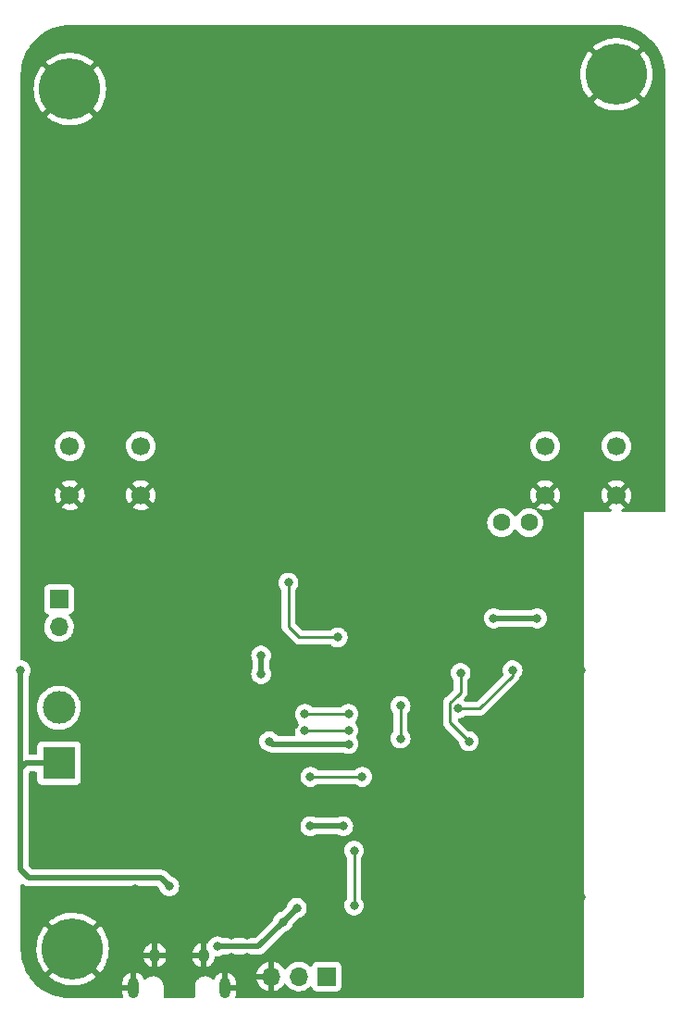
<source format=gbr>
%TF.GenerationSoftware,KiCad,Pcbnew,(6.0.0)*%
%TF.CreationDate,2022-02-04T14:54:06+01:00*%
%TF.ProjectId,wifitemp,77696669-7465-46d7-902e-6b696361645f,rev?*%
%TF.SameCoordinates,Original*%
%TF.FileFunction,Copper,L2,Bot*%
%TF.FilePolarity,Positive*%
%FSLAX46Y46*%
G04 Gerber Fmt 4.6, Leading zero omitted, Abs format (unit mm)*
G04 Created by KiCad (PCBNEW (6.0.0)) date 2022-02-04 14:54:06*
%MOMM*%
%LPD*%
G01*
G04 APERTURE LIST*
%TA.AperFunction,ComponentPad*%
%ADD10C,1.700000*%
%TD*%
%TA.AperFunction,ComponentPad*%
%ADD11C,5.600000*%
%TD*%
%TA.AperFunction,ComponentPad*%
%ADD12R,1.700000X1.700000*%
%TD*%
%TA.AperFunction,ComponentPad*%
%ADD13O,1.700000X1.700000*%
%TD*%
%TA.AperFunction,ComponentPad*%
%ADD14C,1.600000*%
%TD*%
%TA.AperFunction,ComponentPad*%
%ADD15O,1.000000X1.900000*%
%TD*%
%TA.AperFunction,ComponentPad*%
%ADD16O,1.050000X1.250000*%
%TD*%
%TA.AperFunction,ComponentPad*%
%ADD17R,3.000000X3.000000*%
%TD*%
%TA.AperFunction,ComponentPad*%
%ADD18C,3.000000*%
%TD*%
%TA.AperFunction,ViaPad*%
%ADD19C,0.800000*%
%TD*%
%TA.AperFunction,Conductor*%
%ADD20C,0.500000*%
%TD*%
%TA.AperFunction,Conductor*%
%ADD21C,0.250000*%
%TD*%
G04 APERTURE END LIST*
D10*
%TO.P,SW3,1,1*%
%TO.N,BUT0*%
X135000000Y-89000000D03*
%TO.P,SW3,2,2*%
X141500000Y-89000000D03*
%TO.P,SW3,3,K*%
%TO.N,GND*%
X135000000Y-93500000D03*
%TO.P,SW3,4,A*%
X141500000Y-93500000D03*
%TD*%
D11*
%TO.P,H1,1,1*%
%TO.N,GND*%
X135000000Y-56350000D03*
%TD*%
D12*
%TO.P,J1,1,Pin_1*%
%TO.N,/MCU/TXD*%
X158500000Y-137500000D03*
D13*
%TO.P,J1,2,Pin_2*%
%TO.N,/MCU/RXD*%
X155960000Y-137500000D03*
%TO.P,J1,3,Pin_3*%
%TO.N,GND*%
X153420000Y-137500000D03*
%TD*%
D11*
%TO.P,H2,1,1*%
%TO.N,GND*%
X135250000Y-135000000D03*
%TD*%
D10*
%TO.P,SW4,1,1*%
%TO.N,BUT1*%
X178500000Y-89000000D03*
%TO.P,SW4,2,2*%
X185000000Y-89000000D03*
%TO.P,SW4,3,K*%
%TO.N,GND*%
X178500000Y-93500000D03*
%TO.P,SW4,4,A*%
X185000000Y-93500000D03*
%TD*%
D14*
%TO.P,TH1,1*%
%TO.N,+3V3*%
X174500000Y-96000000D03*
%TO.P,TH1,2*%
%TO.N,TEMP_INSIDE*%
X177000000Y-96000000D03*
%TD*%
D11*
%TO.P,H4,1,1*%
%TO.N,GND*%
X185000000Y-55000000D03*
%TD*%
D15*
%TO.P,J2,6,Shield*%
%TO.N,GND*%
X149175000Y-138550000D03*
D16*
X142775000Y-135550000D03*
X147225000Y-135550000D03*
D15*
X140825000Y-138550000D03*
%TD*%
D12*
%TO.P,J3,1,Pin_1*%
%TO.N,+BATT*%
X134000000Y-103000000D03*
D13*
%TO.P,J3,2,Pin_2*%
%TO.N,-BATT*%
X134000000Y-105540000D03*
%TD*%
D17*
%TO.P,J4,1,Pin_1*%
%TO.N,+3V3*%
X134000000Y-118000000D03*
D18*
%TO.P,J4,2,Pin_2*%
%TO.N,TEMP_OUTSIDE*%
X134000000Y-112920000D03*
%TD*%
D19*
%TO.N,+3V3*%
X173775500Y-104750000D03*
X130500000Y-109500000D03*
X144089500Y-129250000D03*
X177750000Y-104750000D03*
%TO.N,GND*%
X140250000Y-124000000D03*
X160500000Y-90250000D03*
X147750000Y-132000000D03*
X134250000Y-86500000D03*
X181750000Y-109500000D03*
X181750000Y-130250000D03*
X156750000Y-126750000D03*
X172500000Y-106250000D03*
X150750000Y-100000000D03*
X170262299Y-105237701D03*
X149250000Y-103750000D03*
X181500000Y-98000000D03*
X180000000Y-105250000D03*
X141000000Y-122500000D03*
X138250000Y-108000000D03*
X173750000Y-118750000D03*
X186325000Y-85250000D03*
X139500000Y-118750000D03*
X168000000Y-133000000D03*
X141000000Y-115250000D03*
X172500000Y-98250000D03*
X172250000Y-94750000D03*
X164250000Y-100000000D03*
X171250000Y-92500000D03*
X151250000Y-135750000D03*
X149750000Y-135750000D03*
X161000000Y-108000000D03*
X139500000Y-101500000D03*
X154750000Y-90250000D03*
X155500000Y-114500000D03*
X176000000Y-89000000D03*
X151250000Y-105000000D03*
X147500000Y-92500000D03*
X177250000Y-130250000D03*
X149250000Y-131750000D03*
X147000000Y-99250000D03*
X149750000Y-133750000D03*
X151250000Y-133750000D03*
X165500000Y-94750000D03*
X149750000Y-90500000D03*
X157381447Y-98631447D03*
X141000000Y-129500000D03*
X157750000Y-90250000D03*
X134250000Y-109000000D03*
X143750000Y-134500000D03*
X150750000Y-127000000D03*
X156250000Y-90250000D03*
%TO.N,/MCU/EN*%
X170750000Y-109750000D03*
X171500000Y-116000000D03*
%TO.N,BUT1*%
X175500000Y-109500000D03*
X170500000Y-113000000D03*
%TO.N,+5V*%
X155762299Y-131237701D03*
X157000000Y-123750000D03*
X152500000Y-109849500D03*
X148500000Y-134750000D03*
X154500000Y-132500000D03*
X160500000Y-116250000D03*
X152500000Y-108150500D03*
X160000000Y-123750000D03*
X153250000Y-116000000D03*
%TO.N,TEMP_OUTSIDE*%
X160500000Y-115000000D03*
X156500000Y-115000000D03*
%TO.N,~{DS_RES}*%
X159500000Y-106500000D03*
X155000000Y-101500000D03*
%TO.N,/MCU/V_BAT_2*%
X156500000Y-113500000D03*
X160500000Y-113500000D03*
%TO.N,Net-(R6-Pad1)*%
X161000000Y-131000000D03*
X161000000Y-126000000D03*
%TO.N,PWRGD*%
X161750000Y-119250000D03*
X157000000Y-119250000D03*
X165250000Y-112750000D03*
X165250000Y-115750000D03*
%TD*%
D20*
%TO.N,+3V3*%
X130500000Y-118500000D02*
X130500000Y-109500000D01*
X131000000Y-118000000D02*
X134000000Y-118000000D01*
X130500000Y-127750000D02*
X130500000Y-118500000D01*
X131250000Y-128500000D02*
X130500000Y-127750000D01*
X144089500Y-129250000D02*
X143339500Y-128500000D01*
X130500000Y-118500000D02*
X131000000Y-118000000D01*
X177750000Y-104750000D02*
X173775500Y-104750000D01*
X143339500Y-128500000D02*
X131250000Y-128500000D01*
D21*
%TO.N,/MCU/EN*%
X171500000Y-116000000D02*
X169775489Y-114275489D01*
X169775489Y-114275489D02*
X169775489Y-112474511D01*
X170500000Y-111750000D02*
X170750000Y-111500000D01*
X170750000Y-111500000D02*
X170750000Y-109750000D01*
X169775489Y-112474511D02*
X170500000Y-111750000D01*
%TO.N,BUT1*%
X172500000Y-113000000D02*
X175500000Y-110000000D01*
X170500000Y-113000000D02*
X172500000Y-113000000D01*
X175500000Y-110000000D02*
X175500000Y-109500000D01*
D20*
%TO.N,+5V*%
X160500000Y-116250000D02*
X153500000Y-116250000D01*
X157000000Y-123750000D02*
X160000000Y-123750000D01*
X152500000Y-109849500D02*
X152500000Y-108150500D01*
X148500000Y-134750000D02*
X152250000Y-134750000D01*
X152250000Y-134750000D02*
X154500000Y-132500000D01*
X154500000Y-132500000D02*
X155762299Y-131237701D01*
X153500000Y-116250000D02*
X153250000Y-116000000D01*
D21*
%TO.N,TEMP_OUTSIDE*%
X160500000Y-115000000D02*
X156500000Y-115000000D01*
%TO.N,~{DS_RES}*%
X156000000Y-106500000D02*
X159500000Y-106500000D01*
X155000000Y-105500000D02*
X156000000Y-106500000D01*
X155000000Y-101500000D02*
X155000000Y-105500000D01*
%TO.N,/MCU/V_BAT_2*%
X156500000Y-113500000D02*
X160500000Y-113500000D01*
%TO.N,Net-(R6-Pad1)*%
X161000000Y-126000000D02*
X161000000Y-131000000D01*
%TO.N,PWRGD*%
X161750000Y-119250000D02*
X157000000Y-119250000D01*
X165250000Y-112750000D02*
X165250000Y-115750000D01*
%TD*%
%TA.AperFunction,Conductor*%
%TO.N,GND*%
G36*
X184970057Y-50509500D02*
G01*
X184984858Y-50511805D01*
X184984861Y-50511805D01*
X184993730Y-50513186D01*
X185014158Y-50510515D01*
X185035983Y-50509571D01*
X185386007Y-50524853D01*
X185396958Y-50525811D01*
X185774579Y-50575527D01*
X185785403Y-50577436D01*
X186157243Y-50659870D01*
X186167860Y-50662715D01*
X186531110Y-50777248D01*
X186541425Y-50781001D01*
X186893334Y-50926766D01*
X186903269Y-50931399D01*
X187241128Y-51107278D01*
X187250637Y-51112768D01*
X187571860Y-51317410D01*
X187580864Y-51323714D01*
X187883043Y-51555583D01*
X187891460Y-51562647D01*
X188161698Y-51810273D01*
X188172268Y-51819959D01*
X188180037Y-51827728D01*
X188405231Y-52073484D01*
X188437351Y-52108537D01*
X188444417Y-52116957D01*
X188676286Y-52419136D01*
X188682590Y-52428140D01*
X188887232Y-52749363D01*
X188892722Y-52758872D01*
X189068601Y-53096731D01*
X189073234Y-53106666D01*
X189205788Y-53426681D01*
X189218996Y-53458568D01*
X189222752Y-53468890D01*
X189265065Y-53603087D01*
X189337285Y-53832139D01*
X189340130Y-53842757D01*
X189422564Y-54214597D01*
X189424473Y-54225421D01*
X189474189Y-54603042D01*
X189475147Y-54613993D01*
X189490104Y-54956583D01*
X189488724Y-54981461D01*
X189486814Y-54993730D01*
X189488638Y-55007678D01*
X189490936Y-55025251D01*
X189492000Y-55041589D01*
X189492000Y-94874000D01*
X189471998Y-94942121D01*
X189418342Y-94988614D01*
X189366000Y-95000000D01*
X185568674Y-95000000D01*
X185500553Y-94979998D01*
X185454060Y-94926342D01*
X185443956Y-94856068D01*
X185473450Y-94791488D01*
X185513241Y-94760849D01*
X185693098Y-94672738D01*
X185701944Y-94667465D01*
X185749247Y-94633723D01*
X185757648Y-94623023D01*
X185750660Y-94609870D01*
X185012812Y-93872022D01*
X184998868Y-93864408D01*
X184997035Y-93864539D01*
X184990420Y-93868790D01*
X184246737Y-94612473D01*
X184239977Y-94624853D01*
X184245258Y-94631907D01*
X184406756Y-94726279D01*
X184416043Y-94730729D01*
X184482981Y-94756290D01*
X184539484Y-94799277D01*
X184563777Y-94865989D01*
X184548147Y-94935243D01*
X184497556Y-94985054D01*
X184438032Y-95000000D01*
X182000000Y-95000000D01*
X182000000Y-139366000D01*
X181979998Y-139434121D01*
X181926342Y-139480614D01*
X181874000Y-139492000D01*
X150248631Y-139492000D01*
X150180510Y-139471998D01*
X150134017Y-139418342D01*
X150123913Y-139348068D01*
X150128529Y-139327901D01*
X150163881Y-139216459D01*
X150166430Y-139204468D01*
X150182607Y-139060239D01*
X150183000Y-139053215D01*
X150183000Y-138822115D01*
X150178525Y-138806876D01*
X150177135Y-138805671D01*
X150169452Y-138804000D01*
X149047000Y-138804000D01*
X148978879Y-138783998D01*
X148932386Y-138730342D01*
X148921000Y-138678000D01*
X148921000Y-138277885D01*
X149429000Y-138277885D01*
X149433475Y-138293124D01*
X149434865Y-138294329D01*
X149442548Y-138296000D01*
X150164885Y-138296000D01*
X150180124Y-138291525D01*
X150181329Y-138290135D01*
X150183000Y-138282452D01*
X150183000Y-138053343D01*
X150182699Y-138047195D01*
X150169188Y-137909397D01*
X150166805Y-137897362D01*
X150127738Y-137767966D01*
X152088257Y-137767966D01*
X152118565Y-137902446D01*
X152121645Y-137912275D01*
X152201770Y-138109603D01*
X152206413Y-138118794D01*
X152317694Y-138300388D01*
X152323777Y-138308699D01*
X152463213Y-138469667D01*
X152470580Y-138476883D01*
X152634434Y-138612916D01*
X152642881Y-138618831D01*
X152826756Y-138726279D01*
X152836042Y-138730729D01*
X153035001Y-138806703D01*
X153044899Y-138809579D01*
X153148250Y-138830606D01*
X153162299Y-138829410D01*
X153166000Y-138819065D01*
X153166000Y-138818517D01*
X153674000Y-138818517D01*
X153678064Y-138832359D01*
X153691478Y-138834393D01*
X153698184Y-138833534D01*
X153708262Y-138831392D01*
X153912255Y-138770191D01*
X153921842Y-138766433D01*
X154113095Y-138672739D01*
X154121945Y-138667464D01*
X154295328Y-138543792D01*
X154303200Y-138537139D01*
X154454052Y-138386812D01*
X154460730Y-138378965D01*
X154588022Y-138201819D01*
X154589279Y-138202722D01*
X154636373Y-138159362D01*
X154706311Y-138147145D01*
X154771751Y-138174678D01*
X154799579Y-138206511D01*
X154859987Y-138305088D01*
X155006250Y-138473938D01*
X155178126Y-138616632D01*
X155371000Y-138729338D01*
X155375825Y-138731180D01*
X155375826Y-138731181D01*
X155414950Y-138746121D01*
X155579692Y-138809030D01*
X155584760Y-138810061D01*
X155584763Y-138810062D01*
X155644006Y-138822115D01*
X155798597Y-138853567D01*
X155803772Y-138853757D01*
X155803774Y-138853757D01*
X156016673Y-138861564D01*
X156016677Y-138861564D01*
X156021837Y-138861753D01*
X156026957Y-138861097D01*
X156026959Y-138861097D01*
X156238288Y-138834025D01*
X156238289Y-138834025D01*
X156243416Y-138833368D01*
X156248366Y-138831883D01*
X156452429Y-138770661D01*
X156452434Y-138770659D01*
X156457384Y-138769174D01*
X156657994Y-138670896D01*
X156839860Y-138541173D01*
X156948091Y-138433319D01*
X157010462Y-138399404D01*
X157081268Y-138404592D01*
X157138030Y-138447238D01*
X157155012Y-138478341D01*
X157199385Y-138596705D01*
X157286739Y-138713261D01*
X157403295Y-138800615D01*
X157539684Y-138851745D01*
X157601866Y-138858500D01*
X159398134Y-138858500D01*
X159460316Y-138851745D01*
X159596705Y-138800615D01*
X159713261Y-138713261D01*
X159800615Y-138596705D01*
X159851745Y-138460316D01*
X159858500Y-138398134D01*
X159858500Y-136601866D01*
X159851745Y-136539684D01*
X159800615Y-136403295D01*
X159713261Y-136286739D01*
X159596705Y-136199385D01*
X159460316Y-136148255D01*
X159398134Y-136141500D01*
X157601866Y-136141500D01*
X157539684Y-136148255D01*
X157403295Y-136199385D01*
X157286739Y-136286739D01*
X157199385Y-136403295D01*
X157196233Y-136411703D01*
X157154919Y-136521907D01*
X157112277Y-136578671D01*
X157045716Y-136603371D01*
X156976367Y-136588163D01*
X156943743Y-136562476D01*
X156893151Y-136506875D01*
X156893142Y-136506866D01*
X156889670Y-136503051D01*
X156885619Y-136499852D01*
X156885615Y-136499848D01*
X156718414Y-136367800D01*
X156718410Y-136367798D01*
X156714359Y-136364598D01*
X156678028Y-136344542D01*
X156662136Y-136335769D01*
X156518789Y-136256638D01*
X156513920Y-136254914D01*
X156513916Y-136254912D01*
X156313087Y-136183795D01*
X156313083Y-136183794D01*
X156308212Y-136182069D01*
X156303119Y-136181162D01*
X156303116Y-136181161D01*
X156093373Y-136143800D01*
X156093367Y-136143799D01*
X156088284Y-136142894D01*
X156014452Y-136141992D01*
X155870081Y-136140228D01*
X155870079Y-136140228D01*
X155864911Y-136140165D01*
X155644091Y-136173955D01*
X155431756Y-136243357D01*
X155233607Y-136346507D01*
X155229474Y-136349610D01*
X155229471Y-136349612D01*
X155059100Y-136477530D01*
X155054965Y-136480635D01*
X155029541Y-136507240D01*
X154961280Y-136578671D01*
X154900629Y-136642138D01*
X154897715Y-136646410D01*
X154897714Y-136646411D01*
X154792898Y-136800066D01*
X154737987Y-136845069D01*
X154667462Y-136853240D01*
X154603715Y-136821986D01*
X154583018Y-136797502D01*
X154502426Y-136672926D01*
X154496136Y-136664757D01*
X154352806Y-136507240D01*
X154345273Y-136500215D01*
X154178139Y-136368222D01*
X154169552Y-136362517D01*
X153983117Y-136259599D01*
X153973705Y-136255369D01*
X153772959Y-136184280D01*
X153762988Y-136181646D01*
X153691837Y-136168972D01*
X153678540Y-136170432D01*
X153674000Y-136184989D01*
X153674000Y-138818517D01*
X153166000Y-138818517D01*
X153166000Y-137772115D01*
X153161525Y-137756876D01*
X153160135Y-137755671D01*
X153152452Y-137754000D01*
X152103225Y-137754000D01*
X152089694Y-137757973D01*
X152088257Y-137767966D01*
X150127738Y-137767966D01*
X150113233Y-137719924D01*
X150108559Y-137708584D01*
X150021540Y-137544923D01*
X150014751Y-137534706D01*
X149897603Y-137391067D01*
X149888959Y-137382363D01*
X149746144Y-137264216D01*
X149735973Y-137257356D01*
X149693115Y-137234183D01*
X152084389Y-137234183D01*
X152085912Y-137242607D01*
X152098292Y-137246000D01*
X153147885Y-137246000D01*
X153163124Y-137241525D01*
X153164329Y-137240135D01*
X153166000Y-137232452D01*
X153166000Y-136183102D01*
X153162082Y-136169758D01*
X153147806Y-136167771D01*
X153109324Y-136173660D01*
X153099288Y-136176051D01*
X152896868Y-136242212D01*
X152887359Y-136246209D01*
X152698463Y-136344542D01*
X152689738Y-136350036D01*
X152519433Y-136477905D01*
X152511726Y-136484748D01*
X152364590Y-136638717D01*
X152358104Y-136646727D01*
X152238098Y-136822649D01*
X152233000Y-136831623D01*
X152143338Y-137024783D01*
X152139775Y-137034470D01*
X152084389Y-137234183D01*
X149693115Y-137234183D01*
X149572924Y-137169196D01*
X149561619Y-137164444D01*
X149446308Y-137128750D01*
X149432205Y-137128544D01*
X149429000Y-137135299D01*
X149429000Y-138277885D01*
X148921000Y-138277885D01*
X148921000Y-137142076D01*
X148917027Y-137128545D01*
X148909232Y-137127425D01*
X148801479Y-137159138D01*
X148790111Y-137163731D01*
X148625846Y-137249607D01*
X148615585Y-137256321D01*
X148471127Y-137372468D01*
X148462368Y-137381046D01*
X148343222Y-137523039D01*
X148336292Y-137533159D01*
X148246998Y-137695585D01*
X148242168Y-137706853D01*
X148242137Y-137706951D01*
X148242107Y-137706995D01*
X148239737Y-137712525D01*
X148238686Y-137712075D01*
X148202475Y-137765836D01*
X148137274Y-137793930D01*
X148067234Y-137782314D01*
X148038227Y-137761707D01*
X148037923Y-137762077D01*
X147972741Y-137708584D01*
X147895855Y-137645486D01*
X147822549Y-137606303D01*
X147739229Y-137561767D01*
X147739226Y-137561766D01*
X147733771Y-137558850D01*
X147557900Y-137505500D01*
X147375000Y-137487486D01*
X147192100Y-137505500D01*
X147016229Y-137558850D01*
X147010774Y-137561766D01*
X147010771Y-137561767D01*
X146927451Y-137606303D01*
X146854145Y-137645486D01*
X146777259Y-137708584D01*
X146718415Y-137756876D01*
X146712077Y-137762077D01*
X146595486Y-137904145D01*
X146577771Y-137937288D01*
X146515738Y-138053343D01*
X146508850Y-138066229D01*
X146455500Y-138242100D01*
X146449143Y-138306643D01*
X146440673Y-138392646D01*
X146439780Y-138399683D01*
X146436814Y-138418730D01*
X146437550Y-138424355D01*
X146437486Y-138425000D01*
X146437634Y-138425000D01*
X146439247Y-138437335D01*
X146440936Y-138450250D01*
X146442000Y-138466588D01*
X146442000Y-139366000D01*
X146421998Y-139434121D01*
X146368342Y-139480614D01*
X146316000Y-139492000D01*
X143684000Y-139492000D01*
X143615879Y-139471998D01*
X143569386Y-139418342D01*
X143558000Y-139366000D01*
X143558000Y-138478207D01*
X143559746Y-138457303D01*
X143560561Y-138452460D01*
X143563071Y-138437539D01*
X143563224Y-138425000D01*
X143561340Y-138411850D01*
X143560677Y-138406354D01*
X143560504Y-138404592D01*
X143544500Y-138242100D01*
X143491150Y-138066229D01*
X143484263Y-138053343D01*
X143422229Y-137937288D01*
X143404514Y-137904145D01*
X143287923Y-137762077D01*
X143281586Y-137756876D01*
X143222741Y-137708584D01*
X143145855Y-137645486D01*
X143072549Y-137606303D01*
X142989229Y-137561767D01*
X142989226Y-137561766D01*
X142983771Y-137558850D01*
X142807900Y-137505500D01*
X142625000Y-137487486D01*
X142442100Y-137505500D01*
X142266229Y-137558850D01*
X142260774Y-137561766D01*
X142260771Y-137561767D01*
X142177451Y-137606303D01*
X142104145Y-137645486D01*
X141962077Y-137762077D01*
X141961189Y-137760995D01*
X141905104Y-137791621D01*
X141834289Y-137786556D01*
X141777453Y-137744009D01*
X141761829Y-137716516D01*
X141758561Y-137708588D01*
X141671540Y-137544923D01*
X141664751Y-137534706D01*
X141547603Y-137391067D01*
X141538959Y-137382363D01*
X141396144Y-137264216D01*
X141385973Y-137257356D01*
X141222924Y-137169196D01*
X141211619Y-137164444D01*
X141096308Y-137128750D01*
X141082205Y-137128544D01*
X141079000Y-137135299D01*
X141079000Y-138678000D01*
X141058998Y-138746121D01*
X141005342Y-138792614D01*
X140953000Y-138804000D01*
X139835115Y-138804000D01*
X139819876Y-138808475D01*
X139818671Y-138809865D01*
X139817000Y-138817548D01*
X139817000Y-139046657D01*
X139817301Y-139052805D01*
X139830812Y-139190603D01*
X139833195Y-139202638D01*
X139871522Y-139329582D01*
X139872063Y-139400576D01*
X139834136Y-139460593D01*
X139769781Y-139490577D01*
X139750900Y-139492000D01*
X135049328Y-139492000D01*
X135029943Y-139490500D01*
X135015142Y-139488195D01*
X135015139Y-139488195D01*
X135006270Y-139486814D01*
X134985842Y-139489485D01*
X134964017Y-139490429D01*
X134613993Y-139475147D01*
X134603042Y-139474189D01*
X134225421Y-139424473D01*
X134214597Y-139422564D01*
X133842757Y-139340130D01*
X133832139Y-139337285D01*
X133468890Y-139222752D01*
X133458575Y-139218999D01*
X133106666Y-139073234D01*
X133096731Y-139068601D01*
X132758872Y-138892722D01*
X132749363Y-138887232D01*
X132428140Y-138682590D01*
X132419136Y-138676286D01*
X132246466Y-138543792D01*
X132116954Y-138444414D01*
X132108537Y-138437351D01*
X132104138Y-138433320D01*
X131827728Y-138180037D01*
X131819959Y-138172268D01*
X131770960Y-138118794D01*
X131562647Y-137891460D01*
X131555583Y-137883043D01*
X131457848Y-137755671D01*
X131323714Y-137580864D01*
X131317410Y-137571860D01*
X131282066Y-137516381D01*
X133099160Y-137516381D01*
X133099237Y-137517470D01*
X133101698Y-137521206D01*
X133375632Y-137731404D01*
X133381262Y-137735259D01*
X133681591Y-137917862D01*
X133687593Y-137921080D01*
X134005897Y-138070184D01*
X134012202Y-138072732D01*
X134344743Y-138186587D01*
X134351313Y-138188446D01*
X134694183Y-138265714D01*
X134700912Y-138266853D01*
X135050143Y-138306643D01*
X135056933Y-138307046D01*
X135408419Y-138308886D01*
X135415220Y-138308554D01*
X135711998Y-138277885D01*
X139817000Y-138277885D01*
X139821475Y-138293124D01*
X139822865Y-138294329D01*
X139830548Y-138296000D01*
X140552885Y-138296000D01*
X140568124Y-138291525D01*
X140569329Y-138290135D01*
X140571000Y-138282452D01*
X140571000Y-137142076D01*
X140567027Y-137128545D01*
X140559232Y-137127425D01*
X140451479Y-137159138D01*
X140440111Y-137163731D01*
X140275846Y-137249607D01*
X140265585Y-137256321D01*
X140121127Y-137372468D01*
X140112368Y-137381046D01*
X139993222Y-137523039D01*
X139986292Y-137533159D01*
X139896998Y-137695585D01*
X139892166Y-137706858D01*
X139836120Y-137883538D01*
X139833570Y-137895532D01*
X139817393Y-138039761D01*
X139817000Y-138046785D01*
X139817000Y-138277885D01*
X135711998Y-138277885D01*
X135764853Y-138272423D01*
X135771581Y-138271357D01*
X136115274Y-138197676D01*
X136121822Y-138195897D01*
X136455549Y-138085527D01*
X136461891Y-138083041D01*
X136781718Y-137937288D01*
X136787777Y-137934121D01*
X137089995Y-137754676D01*
X137095659Y-137750884D01*
X137376732Y-137539849D01*
X137381958Y-137535464D01*
X137391613Y-137526428D01*
X137399682Y-137512750D01*
X137399654Y-137512024D01*
X137394512Y-137503723D01*
X135262810Y-135372020D01*
X135248869Y-135364408D01*
X135247034Y-135364539D01*
X135240420Y-135368790D01*
X133106774Y-137502437D01*
X133099160Y-137516381D01*
X131282066Y-137516381D01*
X131121419Y-137264216D01*
X131112767Y-137250635D01*
X131107278Y-137241128D01*
X130931399Y-136903269D01*
X130926762Y-136893325D01*
X130910159Y-136853240D01*
X130781001Y-136541425D01*
X130777245Y-136531103D01*
X130771686Y-136513470D01*
X130662715Y-136167860D01*
X130659870Y-136157243D01*
X130577436Y-135785403D01*
X130575527Y-135774579D01*
X130525811Y-135396957D01*
X130524853Y-135386006D01*
X130510059Y-135047173D01*
X130511686Y-135020769D01*
X130512263Y-135017342D01*
X130512263Y-135017340D01*
X130513071Y-135012539D01*
X130513224Y-135000000D01*
X130512054Y-134991832D01*
X131937333Y-134991832D01*
X131955117Y-135342893D01*
X131955827Y-135349649D01*
X132011420Y-135696723D01*
X132012859Y-135703378D01*
X132105608Y-136042410D01*
X132107757Y-136048871D01*
X132236581Y-136375912D01*
X132239412Y-136382095D01*
X132402803Y-136693310D01*
X132406286Y-136699152D01*
X132602330Y-136990896D01*
X132606433Y-136996340D01*
X132726425Y-137138836D01*
X132739164Y-137147279D01*
X132749608Y-137141181D01*
X134877980Y-135012810D01*
X134884357Y-135001131D01*
X135614408Y-135001131D01*
X135614539Y-135002966D01*
X135618790Y-135009580D01*
X137749009Y-137139798D01*
X137762605Y-137147223D01*
X137772218Y-137140522D01*
X137872518Y-137023912D01*
X137876676Y-137018514D01*
X138075762Y-136728840D01*
X138079310Y-136723029D01*
X138245942Y-136413559D01*
X138248849Y-136407381D01*
X138381090Y-136081713D01*
X138383304Y-136075283D01*
X138455855Y-135820589D01*
X141753729Y-135820589D01*
X141756170Y-135845481D01*
X141758553Y-135857519D01*
X141813542Y-136039651D01*
X141818217Y-136050993D01*
X141907535Y-136218977D01*
X141914322Y-136229193D01*
X142034572Y-136376634D01*
X142043216Y-136385338D01*
X142189809Y-136506610D01*
X142199980Y-136513470D01*
X142367342Y-136603962D01*
X142378647Y-136608714D01*
X142503692Y-136647422D01*
X142517795Y-136647628D01*
X142521000Y-136640873D01*
X142521000Y-136633986D01*
X143029000Y-136633986D01*
X143032973Y-136647517D01*
X143040768Y-136648637D01*
X143157932Y-136614154D01*
X143169300Y-136609561D01*
X143337911Y-136521414D01*
X143348173Y-136514698D01*
X143496443Y-136395485D01*
X143505213Y-136386897D01*
X143627499Y-136241162D01*
X143634437Y-136231031D01*
X143726094Y-136064308D01*
X143730924Y-136053038D01*
X143788452Y-135871684D01*
X143791001Y-135859692D01*
X143795229Y-135822002D01*
X143794981Y-135820589D01*
X146203729Y-135820589D01*
X146206170Y-135845481D01*
X146208553Y-135857519D01*
X146263542Y-136039651D01*
X146268217Y-136050993D01*
X146357535Y-136218977D01*
X146364322Y-136229193D01*
X146484572Y-136376634D01*
X146493216Y-136385338D01*
X146639809Y-136506610D01*
X146649980Y-136513470D01*
X146817342Y-136603962D01*
X146828647Y-136608714D01*
X146953692Y-136647422D01*
X146967795Y-136647628D01*
X146971000Y-136640873D01*
X146971000Y-136633986D01*
X147479000Y-136633986D01*
X147482973Y-136647517D01*
X147490768Y-136648637D01*
X147607932Y-136614154D01*
X147619300Y-136609561D01*
X147787911Y-136521414D01*
X147798173Y-136514698D01*
X147946443Y-136395485D01*
X147955213Y-136386897D01*
X148077499Y-136241162D01*
X148084437Y-136231031D01*
X148176094Y-136064308D01*
X148180924Y-136053038D01*
X148238452Y-135871685D01*
X148241001Y-135859691D01*
X148251362Y-135767331D01*
X148278834Y-135701865D01*
X148337338Y-135661643D01*
X148391241Y-135658755D01*
X148391485Y-135656437D01*
X148398056Y-135657128D01*
X148404513Y-135658500D01*
X148595487Y-135658500D01*
X148601939Y-135657128D01*
X148601944Y-135657128D01*
X148688888Y-135638647D01*
X148782288Y-135618794D01*
X148788319Y-135616109D01*
X148950722Y-135543803D01*
X148950724Y-135543802D01*
X148956752Y-135541118D01*
X148962091Y-135537239D01*
X148962098Y-135537235D01*
X148968528Y-135532563D01*
X149042587Y-135508500D01*
X152182930Y-135508500D01*
X152201880Y-135509933D01*
X152216115Y-135512099D01*
X152216119Y-135512099D01*
X152223349Y-135513199D01*
X152230641Y-135512606D01*
X152230644Y-135512606D01*
X152276018Y-135508915D01*
X152286233Y-135508500D01*
X152294293Y-135508500D01*
X152307583Y-135506951D01*
X152322507Y-135505211D01*
X152326882Y-135504778D01*
X152392339Y-135499454D01*
X152392342Y-135499453D01*
X152399637Y-135498860D01*
X152406601Y-135496604D01*
X152412560Y-135495413D01*
X152418415Y-135494029D01*
X152425681Y-135493182D01*
X152494327Y-135468265D01*
X152498455Y-135466848D01*
X152560936Y-135446607D01*
X152560938Y-135446606D01*
X152567899Y-135444351D01*
X152574154Y-135440555D01*
X152579628Y-135438049D01*
X152585058Y-135435330D01*
X152591937Y-135432833D01*
X152652976Y-135392814D01*
X152656680Y-135390477D01*
X152719107Y-135352595D01*
X152727484Y-135345197D01*
X152727508Y-135345224D01*
X152730500Y-135342571D01*
X152733733Y-135339868D01*
X152739852Y-135335856D01*
X152793128Y-135279617D01*
X152795506Y-135277175D01*
X154656331Y-133416350D01*
X154719228Y-133382199D01*
X154775824Y-133370169D01*
X154775833Y-133370166D01*
X154782288Y-133368794D01*
X154788319Y-133366109D01*
X154950722Y-133293803D01*
X154950724Y-133293802D01*
X154956752Y-133291118D01*
X155111253Y-133178866D01*
X155239040Y-133036944D01*
X155334527Y-132871556D01*
X155389387Y-132702714D01*
X155420125Y-132652556D01*
X155918630Y-132154051D01*
X155981527Y-132119900D01*
X156038123Y-132107870D01*
X156038132Y-132107867D01*
X156044587Y-132106495D01*
X156111551Y-132076681D01*
X156213021Y-132031504D01*
X156213023Y-132031503D01*
X156219051Y-132028819D01*
X156373552Y-131916567D01*
X156459480Y-131821134D01*
X156496920Y-131779553D01*
X156496921Y-131779552D01*
X156501339Y-131774645D01*
X156596826Y-131609257D01*
X156655841Y-131427629D01*
X156661735Y-131371556D01*
X156675113Y-131244266D01*
X156675803Y-131237701D01*
X156655841Y-131047773D01*
X156640318Y-131000000D01*
X160086496Y-131000000D01*
X160106458Y-131189928D01*
X160165473Y-131371556D01*
X160260960Y-131536944D01*
X160265378Y-131541851D01*
X160265379Y-131541852D01*
X160331224Y-131614980D01*
X160388747Y-131678866D01*
X160543248Y-131791118D01*
X160549276Y-131793802D01*
X160549278Y-131793803D01*
X160711681Y-131866109D01*
X160717712Y-131868794D01*
X160811112Y-131888647D01*
X160898056Y-131907128D01*
X160898061Y-131907128D01*
X160904513Y-131908500D01*
X161095487Y-131908500D01*
X161101939Y-131907128D01*
X161101944Y-131907128D01*
X161188888Y-131888647D01*
X161282288Y-131868794D01*
X161288319Y-131866109D01*
X161450722Y-131793803D01*
X161450724Y-131793802D01*
X161456752Y-131791118D01*
X161611253Y-131678866D01*
X161668776Y-131614980D01*
X161734621Y-131541852D01*
X161734622Y-131541851D01*
X161739040Y-131536944D01*
X161834527Y-131371556D01*
X161893542Y-131189928D01*
X161913504Y-131000000D01*
X161900096Y-130872430D01*
X161894232Y-130816635D01*
X161894232Y-130816633D01*
X161893542Y-130810072D01*
X161834527Y-130628444D01*
X161739040Y-130463056D01*
X161665863Y-130381785D01*
X161635147Y-130317779D01*
X161633500Y-130297476D01*
X161633500Y-126702524D01*
X161653502Y-126634403D01*
X161665858Y-126618221D01*
X161739040Y-126536944D01*
X161834527Y-126371556D01*
X161893542Y-126189928D01*
X161913504Y-126000000D01*
X161893542Y-125810072D01*
X161834527Y-125628444D01*
X161739040Y-125463056D01*
X161611253Y-125321134D01*
X161456752Y-125208882D01*
X161450724Y-125206198D01*
X161450722Y-125206197D01*
X161288319Y-125133891D01*
X161288318Y-125133891D01*
X161282288Y-125131206D01*
X161188888Y-125111353D01*
X161101944Y-125092872D01*
X161101939Y-125092872D01*
X161095487Y-125091500D01*
X160904513Y-125091500D01*
X160898061Y-125092872D01*
X160898056Y-125092872D01*
X160811112Y-125111353D01*
X160717712Y-125131206D01*
X160711682Y-125133891D01*
X160711681Y-125133891D01*
X160549278Y-125206197D01*
X160549276Y-125206198D01*
X160543248Y-125208882D01*
X160388747Y-125321134D01*
X160260960Y-125463056D01*
X160165473Y-125628444D01*
X160106458Y-125810072D01*
X160086496Y-126000000D01*
X160106458Y-126189928D01*
X160165473Y-126371556D01*
X160260960Y-126536944D01*
X160334137Y-126618215D01*
X160364853Y-126682221D01*
X160366500Y-126702524D01*
X160366500Y-130297476D01*
X160346498Y-130365597D01*
X160334142Y-130381779D01*
X160260960Y-130463056D01*
X160165473Y-130628444D01*
X160106458Y-130810072D01*
X160105768Y-130816633D01*
X160105768Y-130816635D01*
X160099904Y-130872430D01*
X160086496Y-131000000D01*
X156640318Y-131000000D01*
X156596826Y-130866145D01*
X156501339Y-130700757D01*
X156373552Y-130558835D01*
X156219051Y-130446583D01*
X156213023Y-130443899D01*
X156213021Y-130443898D01*
X156050618Y-130371592D01*
X156050617Y-130371592D01*
X156044587Y-130368907D01*
X155951187Y-130349054D01*
X155864243Y-130330573D01*
X155864238Y-130330573D01*
X155857786Y-130329201D01*
X155666812Y-130329201D01*
X155660360Y-130330573D01*
X155660355Y-130330573D01*
X155573411Y-130349054D01*
X155480011Y-130368907D01*
X155473981Y-130371592D01*
X155473980Y-130371592D01*
X155311577Y-130443898D01*
X155311575Y-130443899D01*
X155305547Y-130446583D01*
X155151046Y-130558835D01*
X155023259Y-130700757D01*
X154927772Y-130866145D01*
X154882147Y-131006565D01*
X154872912Y-131034986D01*
X154842174Y-131085145D01*
X154343669Y-131583650D01*
X154280772Y-131617801D01*
X154224176Y-131629831D01*
X154224167Y-131629834D01*
X154217712Y-131631206D01*
X154211682Y-131633891D01*
X154211681Y-131633891D01*
X154049278Y-131706197D01*
X154049276Y-131706198D01*
X154043248Y-131708882D01*
X153888747Y-131821134D01*
X153884326Y-131826044D01*
X153884325Y-131826045D01*
X153799323Y-131920450D01*
X153760960Y-131963056D01*
X153665473Y-132128444D01*
X153623300Y-132258240D01*
X153610613Y-132297285D01*
X153579875Y-132347444D01*
X151972724Y-133954595D01*
X151910412Y-133988621D01*
X151883629Y-133991500D01*
X149042587Y-133991500D01*
X148968528Y-133967437D01*
X148962098Y-133962765D01*
X148962091Y-133962761D01*
X148956752Y-133958882D01*
X148950724Y-133956198D01*
X148950722Y-133956197D01*
X148788319Y-133883891D01*
X148788318Y-133883891D01*
X148782288Y-133881206D01*
X148688888Y-133861353D01*
X148601944Y-133842872D01*
X148601939Y-133842872D01*
X148595487Y-133841500D01*
X148404513Y-133841500D01*
X148398061Y-133842872D01*
X148398056Y-133842872D01*
X148311112Y-133861353D01*
X148217712Y-133881206D01*
X148211682Y-133883891D01*
X148211681Y-133883891D01*
X148049278Y-133956197D01*
X148049276Y-133956198D01*
X148043248Y-133958882D01*
X148037907Y-133962762D01*
X148037906Y-133962763D01*
X148031473Y-133967437D01*
X147888747Y-134071134D01*
X147760960Y-134213056D01*
X147665473Y-134378444D01*
X147663433Y-134384722D01*
X147662138Y-134387631D01*
X147616158Y-134441726D01*
X147548230Y-134462375D01*
X147509772Y-134456746D01*
X147496306Y-134452578D01*
X147482205Y-134452372D01*
X147479000Y-134459127D01*
X147479000Y-136633986D01*
X146971000Y-136633986D01*
X146971000Y-135822115D01*
X146966525Y-135806876D01*
X146965135Y-135805671D01*
X146957452Y-135804000D01*
X146220217Y-135804000D01*
X146205790Y-135808236D01*
X146203729Y-135820589D01*
X143794981Y-135820589D01*
X143792676Y-135807472D01*
X143780132Y-135804000D01*
X143047115Y-135804000D01*
X143031876Y-135808475D01*
X143030671Y-135809865D01*
X143029000Y-135817548D01*
X143029000Y-136633986D01*
X142521000Y-136633986D01*
X142521000Y-135822115D01*
X142516525Y-135806876D01*
X142515135Y-135805671D01*
X142507452Y-135804000D01*
X141770217Y-135804000D01*
X141755790Y-135808236D01*
X141753729Y-135820589D01*
X138455855Y-135820589D01*
X138479598Y-135737237D01*
X138481105Y-135730607D01*
X138540332Y-135384118D01*
X138541112Y-135377378D01*
X138547190Y-135277998D01*
X141754771Y-135277998D01*
X141757324Y-135292528D01*
X141769868Y-135296000D01*
X142502885Y-135296000D01*
X142518124Y-135291525D01*
X142519329Y-135290135D01*
X142521000Y-135282452D01*
X142521000Y-135277885D01*
X143029000Y-135277885D01*
X143033475Y-135293124D01*
X143034865Y-135294329D01*
X143042548Y-135296000D01*
X143779783Y-135296000D01*
X143794210Y-135291764D01*
X143796271Y-135279411D01*
X143796132Y-135277998D01*
X146204771Y-135277998D01*
X146207324Y-135292528D01*
X146219868Y-135296000D01*
X146952885Y-135296000D01*
X146968124Y-135291525D01*
X146969329Y-135290135D01*
X146971000Y-135282452D01*
X146971000Y-134466014D01*
X146967027Y-134452483D01*
X146959232Y-134451363D01*
X146842068Y-134485846D01*
X146830700Y-134490439D01*
X146662089Y-134578586D01*
X146651827Y-134585302D01*
X146503557Y-134704515D01*
X146494787Y-134713103D01*
X146372501Y-134858838D01*
X146365563Y-134868969D01*
X146273906Y-135035692D01*
X146269076Y-135046962D01*
X146211548Y-135228316D01*
X146208999Y-135240308D01*
X146204771Y-135277998D01*
X143796132Y-135277998D01*
X143793830Y-135254519D01*
X143791447Y-135242481D01*
X143736458Y-135060349D01*
X143731783Y-135049007D01*
X143642465Y-134881023D01*
X143635678Y-134870807D01*
X143515428Y-134723366D01*
X143506784Y-134714662D01*
X143360191Y-134593390D01*
X143350020Y-134586530D01*
X143182658Y-134496038D01*
X143171353Y-134491286D01*
X143046308Y-134452578D01*
X143032205Y-134452372D01*
X143029000Y-134459127D01*
X143029000Y-135277885D01*
X142521000Y-135277885D01*
X142521000Y-134466014D01*
X142517027Y-134452483D01*
X142509232Y-134451363D01*
X142392068Y-134485846D01*
X142380700Y-134490439D01*
X142212089Y-134578586D01*
X142201827Y-134585302D01*
X142053557Y-134704515D01*
X142044787Y-134713103D01*
X141922501Y-134858838D01*
X141915563Y-134868969D01*
X141823906Y-135035692D01*
X141819076Y-135046962D01*
X141761548Y-135228316D01*
X141758999Y-135240308D01*
X141754771Y-135277998D01*
X138547190Y-135277998D01*
X138562668Y-135024925D01*
X138562784Y-135021323D01*
X138562853Y-135001819D01*
X138562761Y-134998194D01*
X138543666Y-134645615D01*
X138542931Y-134638849D01*
X138486130Y-134291985D01*
X138484663Y-134285313D01*
X138390736Y-133946627D01*
X138388562Y-133940163D01*
X138258598Y-133613578D01*
X138255742Y-133607398D01*
X138091269Y-133296763D01*
X138087769Y-133290937D01*
X137890697Y-132999862D01*
X137886590Y-132994453D01*
X137773565Y-132861179D01*
X137760740Y-132852743D01*
X137750416Y-132858795D01*
X135622020Y-134987190D01*
X135614408Y-135001131D01*
X134884357Y-135001131D01*
X134885592Y-134998869D01*
X134885461Y-134997034D01*
X134881210Y-134990420D01*
X132750992Y-132860203D01*
X132737455Y-132852811D01*
X132727753Y-132859599D01*
X132620430Y-132985257D01*
X132616296Y-132990664D01*
X132418215Y-133281041D01*
X132414697Y-133286851D01*
X132249134Y-133596922D01*
X132246259Y-133603087D01*
X132115155Y-133929218D01*
X132112962Y-133935658D01*
X132017846Y-134274044D01*
X132016363Y-134280679D01*
X131958350Y-134627354D01*
X131957591Y-134634126D01*
X131937357Y-134985037D01*
X131937333Y-134991832D01*
X130512054Y-134991832D01*
X130509273Y-134972412D01*
X130508000Y-134954549D01*
X130508000Y-132486862D01*
X133099950Y-132486862D01*
X133099986Y-132487704D01*
X133105037Y-132495826D01*
X135237190Y-134627980D01*
X135251131Y-134635592D01*
X135252966Y-134635461D01*
X135259580Y-134631210D01*
X137392798Y-132497991D01*
X137400412Y-132484047D01*
X137400344Y-132483089D01*
X137395836Y-132476272D01*
X137394418Y-132475065D01*
X137114813Y-132262064D01*
X137109187Y-132258240D01*
X136808214Y-132076681D01*
X136802202Y-132073484D01*
X136483370Y-131925487D01*
X136477070Y-131922967D01*
X136144129Y-131810273D01*
X136137551Y-131808437D01*
X135794417Y-131732367D01*
X135787678Y-131731251D01*
X135438310Y-131692680D01*
X135431529Y-131692301D01*
X135080015Y-131691687D01*
X135073242Y-131692042D01*
X134723720Y-131729395D01*
X134717010Y-131730482D01*
X134373586Y-131805361D01*
X134367011Y-131807172D01*
X134033683Y-131918702D01*
X134027361Y-131921205D01*
X133708034Y-132068079D01*
X133701991Y-132071265D01*
X133400401Y-132251763D01*
X133394755Y-132255571D01*
X133114408Y-132467596D01*
X133109211Y-132471987D01*
X133107972Y-132473155D01*
X133099950Y-132486862D01*
X130508000Y-132486862D01*
X130508000Y-129137306D01*
X130528002Y-129069185D01*
X130581658Y-129022692D01*
X130651932Y-129012588D01*
X130715578Y-129041281D01*
X130731779Y-129055044D01*
X130739284Y-129061965D01*
X130744979Y-129067660D01*
X130747861Y-129069940D01*
X130767251Y-129085281D01*
X130770655Y-129088072D01*
X130820703Y-129130591D01*
X130826285Y-129135333D01*
X130832801Y-129138661D01*
X130837850Y-129142028D01*
X130842979Y-129145195D01*
X130848716Y-129149734D01*
X130914875Y-129180655D01*
X130918769Y-129182558D01*
X130983808Y-129215769D01*
X130990916Y-129217508D01*
X130996559Y-129219607D01*
X131002322Y-129221524D01*
X131008950Y-129224622D01*
X131016112Y-129226112D01*
X131016113Y-129226112D01*
X131080412Y-129239486D01*
X131084696Y-129240456D01*
X131155610Y-129257808D01*
X131161212Y-129258156D01*
X131161215Y-129258156D01*
X131166764Y-129258500D01*
X131166762Y-129258536D01*
X131170755Y-129258775D01*
X131174947Y-129259149D01*
X131182115Y-129260640D01*
X131259520Y-129258546D01*
X131262928Y-129258500D01*
X142973129Y-129258500D01*
X143041250Y-129278502D01*
X143062224Y-129295405D01*
X143169375Y-129402556D01*
X143200113Y-129452714D01*
X143254973Y-129621556D01*
X143350460Y-129786944D01*
X143478247Y-129928866D01*
X143632748Y-130041118D01*
X143638776Y-130043802D01*
X143638778Y-130043803D01*
X143801181Y-130116109D01*
X143807212Y-130118794D01*
X143900613Y-130138647D01*
X143987556Y-130157128D01*
X143987561Y-130157128D01*
X143994013Y-130158500D01*
X144184987Y-130158500D01*
X144191439Y-130157128D01*
X144191444Y-130157128D01*
X144278387Y-130138647D01*
X144371788Y-130118794D01*
X144377819Y-130116109D01*
X144540222Y-130043803D01*
X144540224Y-130043802D01*
X144546252Y-130041118D01*
X144700753Y-129928866D01*
X144828540Y-129786944D01*
X144924027Y-129621556D01*
X144983042Y-129439928D01*
X145003004Y-129250000D01*
X144985985Y-129088072D01*
X144983732Y-129066635D01*
X144983732Y-129066633D01*
X144983042Y-129060072D01*
X144924027Y-128878444D01*
X144828540Y-128713056D01*
X144700753Y-128571134D01*
X144546252Y-128458882D01*
X144540224Y-128456198D01*
X144540222Y-128456197D01*
X144377819Y-128383891D01*
X144377818Y-128383891D01*
X144371788Y-128381206D01*
X144365333Y-128379834D01*
X144365324Y-128379831D01*
X144308728Y-128367801D01*
X144245831Y-128333650D01*
X143923270Y-128011089D01*
X143910884Y-127996677D01*
X143902351Y-127985082D01*
X143902346Y-127985077D01*
X143898008Y-127979182D01*
X143892430Y-127974443D01*
X143892427Y-127974440D01*
X143857732Y-127944965D01*
X143850216Y-127938035D01*
X143844521Y-127932340D01*
X143838380Y-127927482D01*
X143822249Y-127914719D01*
X143818845Y-127911928D01*
X143768797Y-127869409D01*
X143768795Y-127869408D01*
X143763215Y-127864667D01*
X143756699Y-127861339D01*
X143751650Y-127857972D01*
X143746521Y-127854805D01*
X143740784Y-127850266D01*
X143674625Y-127819345D01*
X143670725Y-127817439D01*
X143605692Y-127784231D01*
X143598584Y-127782492D01*
X143592941Y-127780393D01*
X143587178Y-127778476D01*
X143580550Y-127775378D01*
X143509083Y-127760513D01*
X143504799Y-127759543D01*
X143433890Y-127742192D01*
X143428288Y-127741844D01*
X143428285Y-127741844D01*
X143422736Y-127741500D01*
X143422738Y-127741464D01*
X143418745Y-127741225D01*
X143414553Y-127740851D01*
X143407385Y-127739360D01*
X143341175Y-127741151D01*
X143329979Y-127741454D01*
X143326572Y-127741500D01*
X131616371Y-127741500D01*
X131548250Y-127721498D01*
X131527276Y-127704595D01*
X131295405Y-127472724D01*
X131261379Y-127410412D01*
X131258500Y-127383629D01*
X131258500Y-123750000D01*
X156086496Y-123750000D01*
X156106458Y-123939928D01*
X156165473Y-124121556D01*
X156260960Y-124286944D01*
X156388747Y-124428866D01*
X156487843Y-124500864D01*
X156537904Y-124537235D01*
X156543248Y-124541118D01*
X156549276Y-124543802D01*
X156549278Y-124543803D01*
X156711681Y-124616109D01*
X156717712Y-124618794D01*
X156811113Y-124638647D01*
X156898056Y-124657128D01*
X156898061Y-124657128D01*
X156904513Y-124658500D01*
X157095487Y-124658500D01*
X157101939Y-124657128D01*
X157101944Y-124657128D01*
X157188887Y-124638647D01*
X157282288Y-124618794D01*
X157288319Y-124616109D01*
X157450722Y-124543803D01*
X157450724Y-124543802D01*
X157456752Y-124541118D01*
X157462091Y-124537239D01*
X157462098Y-124537235D01*
X157468528Y-124532563D01*
X157542587Y-124508500D01*
X159457413Y-124508500D01*
X159531472Y-124532563D01*
X159537902Y-124537235D01*
X159537909Y-124537239D01*
X159543248Y-124541118D01*
X159549276Y-124543802D01*
X159549278Y-124543803D01*
X159711681Y-124616109D01*
X159717712Y-124618794D01*
X159811113Y-124638647D01*
X159898056Y-124657128D01*
X159898061Y-124657128D01*
X159904513Y-124658500D01*
X160095487Y-124658500D01*
X160101939Y-124657128D01*
X160101944Y-124657128D01*
X160188887Y-124638647D01*
X160282288Y-124618794D01*
X160288319Y-124616109D01*
X160450722Y-124543803D01*
X160450724Y-124543802D01*
X160456752Y-124541118D01*
X160462097Y-124537235D01*
X160512157Y-124500864D01*
X160611253Y-124428866D01*
X160739040Y-124286944D01*
X160834527Y-124121556D01*
X160893542Y-123939928D01*
X160913504Y-123750000D01*
X160893542Y-123560072D01*
X160834527Y-123378444D01*
X160739040Y-123213056D01*
X160611253Y-123071134D01*
X160468527Y-122967437D01*
X160462094Y-122962763D01*
X160462093Y-122962762D01*
X160456752Y-122958882D01*
X160450724Y-122956198D01*
X160450722Y-122956197D01*
X160288319Y-122883891D01*
X160288318Y-122883891D01*
X160282288Y-122881206D01*
X160188888Y-122861353D01*
X160101944Y-122842872D01*
X160101939Y-122842872D01*
X160095487Y-122841500D01*
X159904513Y-122841500D01*
X159898061Y-122842872D01*
X159898056Y-122842872D01*
X159811112Y-122861353D01*
X159717712Y-122881206D01*
X159711682Y-122883891D01*
X159711681Y-122883891D01*
X159549278Y-122956197D01*
X159549276Y-122956198D01*
X159543248Y-122958882D01*
X159537909Y-122962761D01*
X159537902Y-122962765D01*
X159531472Y-122967437D01*
X159457413Y-122991500D01*
X157542587Y-122991500D01*
X157468528Y-122967437D01*
X157462098Y-122962765D01*
X157462091Y-122962761D01*
X157456752Y-122958882D01*
X157450724Y-122956198D01*
X157450722Y-122956197D01*
X157288319Y-122883891D01*
X157288318Y-122883891D01*
X157282288Y-122881206D01*
X157188888Y-122861353D01*
X157101944Y-122842872D01*
X157101939Y-122842872D01*
X157095487Y-122841500D01*
X156904513Y-122841500D01*
X156898061Y-122842872D01*
X156898056Y-122842872D01*
X156811112Y-122861353D01*
X156717712Y-122881206D01*
X156711682Y-122883891D01*
X156711681Y-122883891D01*
X156549278Y-122956197D01*
X156549276Y-122956198D01*
X156543248Y-122958882D01*
X156537907Y-122962762D01*
X156537906Y-122962763D01*
X156531473Y-122967437D01*
X156388747Y-123071134D01*
X156260960Y-123213056D01*
X156165473Y-123378444D01*
X156106458Y-123560072D01*
X156086496Y-123750000D01*
X131258500Y-123750000D01*
X131258500Y-118884500D01*
X131278502Y-118816379D01*
X131332158Y-118769886D01*
X131384500Y-118758500D01*
X131865500Y-118758500D01*
X131933621Y-118778502D01*
X131980114Y-118832158D01*
X131991500Y-118884500D01*
X131991500Y-119548134D01*
X131998255Y-119610316D01*
X132049385Y-119746705D01*
X132136739Y-119863261D01*
X132253295Y-119950615D01*
X132389684Y-120001745D01*
X132451866Y-120008500D01*
X135548134Y-120008500D01*
X135610316Y-120001745D01*
X135746705Y-119950615D01*
X135863261Y-119863261D01*
X135950615Y-119746705D01*
X136001745Y-119610316D01*
X136008500Y-119548134D01*
X136008500Y-119250000D01*
X156086496Y-119250000D01*
X156106458Y-119439928D01*
X156165473Y-119621556D01*
X156260960Y-119786944D01*
X156388747Y-119928866D01*
X156543248Y-120041118D01*
X156549276Y-120043802D01*
X156549278Y-120043803D01*
X156711681Y-120116109D01*
X156717712Y-120118794D01*
X156811112Y-120138647D01*
X156898056Y-120157128D01*
X156898061Y-120157128D01*
X156904513Y-120158500D01*
X157095487Y-120158500D01*
X157101939Y-120157128D01*
X157101944Y-120157128D01*
X157188888Y-120138647D01*
X157282288Y-120118794D01*
X157288319Y-120116109D01*
X157450722Y-120043803D01*
X157450724Y-120043802D01*
X157456752Y-120041118D01*
X157611253Y-119928866D01*
X157615668Y-119923963D01*
X157620580Y-119919540D01*
X157621705Y-119920789D01*
X157675014Y-119887949D01*
X157708200Y-119883500D01*
X161041800Y-119883500D01*
X161109921Y-119903502D01*
X161129147Y-119919843D01*
X161129420Y-119919540D01*
X161134332Y-119923963D01*
X161138747Y-119928866D01*
X161293248Y-120041118D01*
X161299276Y-120043802D01*
X161299278Y-120043803D01*
X161461681Y-120116109D01*
X161467712Y-120118794D01*
X161561112Y-120138647D01*
X161648056Y-120157128D01*
X161648061Y-120157128D01*
X161654513Y-120158500D01*
X161845487Y-120158500D01*
X161851939Y-120157128D01*
X161851944Y-120157128D01*
X161938888Y-120138647D01*
X162032288Y-120118794D01*
X162038319Y-120116109D01*
X162200722Y-120043803D01*
X162200724Y-120043802D01*
X162206752Y-120041118D01*
X162361253Y-119928866D01*
X162489040Y-119786944D01*
X162584527Y-119621556D01*
X162643542Y-119439928D01*
X162663504Y-119250000D01*
X162643542Y-119060072D01*
X162584527Y-118878444D01*
X162489040Y-118713056D01*
X162361253Y-118571134D01*
X162206752Y-118458882D01*
X162200724Y-118456198D01*
X162200722Y-118456197D01*
X162038319Y-118383891D01*
X162038318Y-118383891D01*
X162032288Y-118381206D01*
X161938887Y-118361353D01*
X161851944Y-118342872D01*
X161851939Y-118342872D01*
X161845487Y-118341500D01*
X161654513Y-118341500D01*
X161648061Y-118342872D01*
X161648056Y-118342872D01*
X161561113Y-118361353D01*
X161467712Y-118381206D01*
X161461682Y-118383891D01*
X161461681Y-118383891D01*
X161299278Y-118456197D01*
X161299276Y-118456198D01*
X161293248Y-118458882D01*
X161138747Y-118571134D01*
X161134332Y-118576037D01*
X161129420Y-118580460D01*
X161128295Y-118579211D01*
X161074986Y-118612051D01*
X161041800Y-118616500D01*
X157708200Y-118616500D01*
X157640079Y-118596498D01*
X157620853Y-118580157D01*
X157620580Y-118580460D01*
X157615668Y-118576037D01*
X157611253Y-118571134D01*
X157456752Y-118458882D01*
X157450724Y-118456198D01*
X157450722Y-118456197D01*
X157288319Y-118383891D01*
X157288318Y-118383891D01*
X157282288Y-118381206D01*
X157188887Y-118361353D01*
X157101944Y-118342872D01*
X157101939Y-118342872D01*
X157095487Y-118341500D01*
X156904513Y-118341500D01*
X156898061Y-118342872D01*
X156898056Y-118342872D01*
X156811113Y-118361353D01*
X156717712Y-118381206D01*
X156711682Y-118383891D01*
X156711681Y-118383891D01*
X156549278Y-118456197D01*
X156549276Y-118456198D01*
X156543248Y-118458882D01*
X156388747Y-118571134D01*
X156260960Y-118713056D01*
X156165473Y-118878444D01*
X156106458Y-119060072D01*
X156086496Y-119250000D01*
X136008500Y-119250000D01*
X136008500Y-116451866D01*
X136001745Y-116389684D01*
X135950615Y-116253295D01*
X135863261Y-116136739D01*
X135746705Y-116049385D01*
X135614971Y-116000000D01*
X152336496Y-116000000D01*
X152337186Y-116006565D01*
X152343500Y-116066635D01*
X152356458Y-116189928D01*
X152415473Y-116371556D01*
X152510960Y-116536944D01*
X152638747Y-116678866D01*
X152793248Y-116791118D01*
X152799276Y-116793802D01*
X152799278Y-116793803D01*
X152961681Y-116866109D01*
X152967712Y-116868794D01*
X153036433Y-116883401D01*
X153072479Y-116891063D01*
X153099629Y-116900161D01*
X153164853Y-116930644D01*
X153168769Y-116932558D01*
X153233808Y-116965769D01*
X153240916Y-116967508D01*
X153246559Y-116969607D01*
X153252322Y-116971524D01*
X153258950Y-116974622D01*
X153266112Y-116976112D01*
X153266113Y-116976112D01*
X153330412Y-116989486D01*
X153334696Y-116990456D01*
X153405610Y-117007808D01*
X153411212Y-117008156D01*
X153411215Y-117008156D01*
X153416764Y-117008500D01*
X153416762Y-117008536D01*
X153420755Y-117008775D01*
X153424947Y-117009149D01*
X153432115Y-117010640D01*
X153509520Y-117008546D01*
X153512928Y-117008500D01*
X159957413Y-117008500D01*
X160031472Y-117032563D01*
X160037902Y-117037235D01*
X160037909Y-117037239D01*
X160043248Y-117041118D01*
X160049276Y-117043802D01*
X160049278Y-117043803D01*
X160211681Y-117116109D01*
X160217712Y-117118794D01*
X160311112Y-117138647D01*
X160398056Y-117157128D01*
X160398061Y-117157128D01*
X160404513Y-117158500D01*
X160595487Y-117158500D01*
X160601939Y-117157128D01*
X160601944Y-117157128D01*
X160688888Y-117138647D01*
X160782288Y-117118794D01*
X160788319Y-117116109D01*
X160950722Y-117043803D01*
X160950724Y-117043802D01*
X160956752Y-117041118D01*
X160962097Y-117037235D01*
X161026481Y-116990457D01*
X161111253Y-116928866D01*
X161239040Y-116786944D01*
X161313197Y-116658500D01*
X161331223Y-116627279D01*
X161331224Y-116627278D01*
X161334527Y-116621556D01*
X161393542Y-116439928D01*
X161399601Y-116382285D01*
X161412814Y-116256565D01*
X161413504Y-116250000D01*
X161407190Y-116189928D01*
X161394232Y-116066635D01*
X161394232Y-116066633D01*
X161393542Y-116060072D01*
X161334527Y-115878444D01*
X161260370Y-115750000D01*
X164336496Y-115750000D01*
X164337186Y-115756565D01*
X164343500Y-115816635D01*
X164356458Y-115939928D01*
X164415473Y-116121556D01*
X164510960Y-116286944D01*
X164638747Y-116428866D01*
X164793248Y-116541118D01*
X164799276Y-116543802D01*
X164799278Y-116543803D01*
X164959799Y-116615271D01*
X164967712Y-116618794D01*
X165061113Y-116638647D01*
X165148056Y-116657128D01*
X165148061Y-116657128D01*
X165154513Y-116658500D01*
X165345487Y-116658500D01*
X165351939Y-116657128D01*
X165351944Y-116657128D01*
X165438887Y-116638647D01*
X165532288Y-116618794D01*
X165540201Y-116615271D01*
X165700722Y-116543803D01*
X165700724Y-116543802D01*
X165706752Y-116541118D01*
X165861253Y-116428866D01*
X165989040Y-116286944D01*
X166084527Y-116121556D01*
X166143542Y-115939928D01*
X166156501Y-115816635D01*
X166162814Y-115756565D01*
X166163504Y-115750000D01*
X166150127Y-115622721D01*
X166144232Y-115566635D01*
X166144232Y-115566633D01*
X166143542Y-115560072D01*
X166084527Y-115378444D01*
X165989040Y-115213056D01*
X165915863Y-115131785D01*
X165885147Y-115067779D01*
X165883500Y-115047476D01*
X165883500Y-113452524D01*
X165903502Y-113384403D01*
X165915858Y-113368221D01*
X165989040Y-113286944D01*
X166084527Y-113121556D01*
X166143542Y-112939928D01*
X166145376Y-112922484D01*
X166162814Y-112756565D01*
X166163504Y-112750000D01*
X166151301Y-112633891D01*
X166144232Y-112566635D01*
X166144232Y-112566633D01*
X166143542Y-112560072D01*
X166109224Y-112454454D01*
X169137269Y-112454454D01*
X169138015Y-112462346D01*
X169141430Y-112498472D01*
X169141989Y-112510330D01*
X169141989Y-114196722D01*
X169141462Y-114207905D01*
X169139787Y-114215398D01*
X169140036Y-114223324D01*
X169140036Y-114223325D01*
X169141927Y-114283475D01*
X169141989Y-114287434D01*
X169141989Y-114315345D01*
X169142486Y-114319279D01*
X169142486Y-114319280D01*
X169142494Y-114319345D01*
X169143427Y-114331182D01*
X169144816Y-114375378D01*
X169150467Y-114394828D01*
X169154476Y-114414189D01*
X169157015Y-114434286D01*
X169159934Y-114441657D01*
X169159934Y-114441659D01*
X169173293Y-114475401D01*
X169177138Y-114486631D01*
X169189471Y-114529082D01*
X169193504Y-114535901D01*
X169193506Y-114535906D01*
X169199782Y-114546517D01*
X169208477Y-114564265D01*
X169215937Y-114583106D01*
X169220599Y-114589522D01*
X169220599Y-114589523D01*
X169241925Y-114618876D01*
X169248441Y-114628796D01*
X169270947Y-114666851D01*
X169285268Y-114681172D01*
X169298108Y-114696205D01*
X169310017Y-114712596D01*
X169344094Y-114740787D01*
X169352873Y-114748777D01*
X170552878Y-115948783D01*
X170586904Y-116011095D01*
X170589093Y-116024706D01*
X170606458Y-116189928D01*
X170665473Y-116371556D01*
X170760960Y-116536944D01*
X170888747Y-116678866D01*
X171043248Y-116791118D01*
X171049276Y-116793802D01*
X171049278Y-116793803D01*
X171211681Y-116866109D01*
X171217712Y-116868794D01*
X171311113Y-116888647D01*
X171398056Y-116907128D01*
X171398061Y-116907128D01*
X171404513Y-116908500D01*
X171595487Y-116908500D01*
X171601939Y-116907128D01*
X171601944Y-116907128D01*
X171688887Y-116888647D01*
X171782288Y-116868794D01*
X171788319Y-116866109D01*
X171950722Y-116793803D01*
X171950724Y-116793802D01*
X171956752Y-116791118D01*
X172111253Y-116678866D01*
X172239040Y-116536944D01*
X172334527Y-116371556D01*
X172393542Y-116189928D01*
X172406501Y-116066635D01*
X172412814Y-116006565D01*
X172413504Y-116000000D01*
X172407190Y-115939928D01*
X172394232Y-115816635D01*
X172394232Y-115816633D01*
X172393542Y-115810072D01*
X172334527Y-115628444D01*
X172239040Y-115463056D01*
X172111253Y-115321134D01*
X171956752Y-115208882D01*
X171950724Y-115206198D01*
X171950722Y-115206197D01*
X171788319Y-115133891D01*
X171788318Y-115133891D01*
X171782288Y-115131206D01*
X171688888Y-115111353D01*
X171601944Y-115092872D01*
X171601939Y-115092872D01*
X171595487Y-115091500D01*
X171539594Y-115091500D01*
X171471473Y-115071498D01*
X171450499Y-115054595D01*
X170950956Y-114555052D01*
X170518252Y-114122347D01*
X170484227Y-114060037D01*
X170489292Y-113989222D01*
X170531839Y-113932386D01*
X170592757Y-113908500D01*
X170595487Y-113908500D01*
X170782288Y-113868794D01*
X170790201Y-113865271D01*
X170950722Y-113793803D01*
X170950724Y-113793802D01*
X170956752Y-113791118D01*
X170997064Y-113761830D01*
X171105914Y-113682745D01*
X171111253Y-113678866D01*
X171115668Y-113673963D01*
X171120580Y-113669540D01*
X171121705Y-113670789D01*
X171175014Y-113637949D01*
X171208200Y-113633500D01*
X172421233Y-113633500D01*
X172432416Y-113634027D01*
X172439909Y-113635702D01*
X172447835Y-113635453D01*
X172447836Y-113635453D01*
X172507986Y-113633562D01*
X172511945Y-113633500D01*
X172539856Y-113633500D01*
X172543791Y-113633003D01*
X172543856Y-113632995D01*
X172555693Y-113632062D01*
X172587951Y-113631048D01*
X172591970Y-113630922D01*
X172599889Y-113630673D01*
X172619343Y-113625021D01*
X172638700Y-113621013D01*
X172650930Y-113619468D01*
X172650931Y-113619468D01*
X172658797Y-113618474D01*
X172666168Y-113615555D01*
X172666170Y-113615555D01*
X172699912Y-113602196D01*
X172711142Y-113598351D01*
X172745983Y-113588229D01*
X172745984Y-113588229D01*
X172753593Y-113586018D01*
X172760412Y-113581985D01*
X172760417Y-113581983D01*
X172771028Y-113575707D01*
X172788776Y-113567012D01*
X172807617Y-113559552D01*
X172843387Y-113533564D01*
X172853307Y-113527048D01*
X172884535Y-113508580D01*
X172884538Y-113508578D01*
X172891362Y-113504542D01*
X172905683Y-113490221D01*
X172920717Y-113477380D01*
X172930694Y-113470131D01*
X172937107Y-113465472D01*
X172965298Y-113431395D01*
X172973288Y-113422616D01*
X175892247Y-110503657D01*
X175900537Y-110496113D01*
X175907018Y-110492000D01*
X175953659Y-110442332D01*
X175956413Y-110439491D01*
X175976135Y-110419769D01*
X175978619Y-110416567D01*
X175986317Y-110407555D01*
X176011161Y-110381098D01*
X176016586Y-110375321D01*
X176026347Y-110357566D01*
X176037198Y-110341047D01*
X176049614Y-110325041D01*
X176052764Y-110317762D01*
X176067174Y-110284463D01*
X176072391Y-110273813D01*
X176093695Y-110235060D01*
X176098733Y-110215437D01*
X176105138Y-110196731D01*
X176106171Y-110194344D01*
X176128171Y-110160077D01*
X176234621Y-110041852D01*
X176234622Y-110041851D01*
X176239040Y-110036944D01*
X176334527Y-109871556D01*
X176393542Y-109689928D01*
X176397393Y-109653294D01*
X176412814Y-109506565D01*
X176413504Y-109500000D01*
X176393542Y-109310072D01*
X176334527Y-109128444D01*
X176239040Y-108963056D01*
X176111253Y-108821134D01*
X175956752Y-108708882D01*
X175950724Y-108706198D01*
X175950722Y-108706197D01*
X175788319Y-108633891D01*
X175788318Y-108633891D01*
X175782288Y-108631206D01*
X175688887Y-108611353D01*
X175601944Y-108592872D01*
X175601939Y-108592872D01*
X175595487Y-108591500D01*
X175404513Y-108591500D01*
X175398061Y-108592872D01*
X175398056Y-108592872D01*
X175311113Y-108611353D01*
X175217712Y-108631206D01*
X175211682Y-108633891D01*
X175211681Y-108633891D01*
X175049278Y-108706197D01*
X175049276Y-108706198D01*
X175043248Y-108708882D01*
X174888747Y-108821134D01*
X174760960Y-108963056D01*
X174665473Y-109128444D01*
X174606458Y-109310072D01*
X174586496Y-109500000D01*
X174587186Y-109506565D01*
X174602608Y-109653294D01*
X174606458Y-109689928D01*
X174608498Y-109696206D01*
X174658060Y-109848743D01*
X174660087Y-109919711D01*
X174627322Y-109976774D01*
X172274500Y-112329595D01*
X172212188Y-112363621D01*
X172185405Y-112366500D01*
X171208200Y-112366500D01*
X171140079Y-112346498D01*
X171120853Y-112330157D01*
X171120580Y-112330460D01*
X171115668Y-112326037D01*
X171111253Y-112321134D01*
X171105915Y-112317256D01*
X171105912Y-112317253D01*
X171064675Y-112287292D01*
X171021322Y-112231069D01*
X171015247Y-112160333D01*
X171049642Y-112096262D01*
X171142247Y-112003657D01*
X171150537Y-111996113D01*
X171157018Y-111992000D01*
X171169369Y-111978848D01*
X171203658Y-111942333D01*
X171206413Y-111939491D01*
X171226134Y-111919770D01*
X171228612Y-111916575D01*
X171236318Y-111907553D01*
X171258538Y-111883891D01*
X171266586Y-111875321D01*
X171276346Y-111857568D01*
X171287199Y-111841045D01*
X171294753Y-111831306D01*
X171299613Y-111825041D01*
X171317176Y-111784457D01*
X171322383Y-111773827D01*
X171343695Y-111735060D01*
X171345666Y-111727383D01*
X171345668Y-111727378D01*
X171348732Y-111715442D01*
X171355138Y-111696730D01*
X171360034Y-111685417D01*
X171363181Y-111678145D01*
X171366600Y-111656562D01*
X171370097Y-111634481D01*
X171372504Y-111622860D01*
X171381528Y-111587711D01*
X171381528Y-111587710D01*
X171383500Y-111580030D01*
X171383500Y-111559769D01*
X171385051Y-111540058D01*
X171386979Y-111527885D01*
X171388219Y-111520057D01*
X171384059Y-111476046D01*
X171383500Y-111464189D01*
X171383500Y-110452524D01*
X171403502Y-110384403D01*
X171415858Y-110368221D01*
X171489040Y-110286944D01*
X171584527Y-110121556D01*
X171643542Y-109939928D01*
X171663504Y-109750000D01*
X171657190Y-109689928D01*
X171644232Y-109566635D01*
X171644232Y-109566633D01*
X171643542Y-109560072D01*
X171584527Y-109378444D01*
X171489040Y-109213056D01*
X171361253Y-109071134D01*
X171206752Y-108958882D01*
X171200724Y-108956198D01*
X171200722Y-108956197D01*
X171038319Y-108883891D01*
X171038318Y-108883891D01*
X171032288Y-108881206D01*
X170938887Y-108861353D01*
X170851944Y-108842872D01*
X170851939Y-108842872D01*
X170845487Y-108841500D01*
X170654513Y-108841500D01*
X170648061Y-108842872D01*
X170648056Y-108842872D01*
X170561113Y-108861353D01*
X170467712Y-108881206D01*
X170461682Y-108883891D01*
X170461681Y-108883891D01*
X170299278Y-108956197D01*
X170299276Y-108956198D01*
X170293248Y-108958882D01*
X170138747Y-109071134D01*
X170010960Y-109213056D01*
X169915473Y-109378444D01*
X169856458Y-109560072D01*
X169855768Y-109566633D01*
X169855768Y-109566635D01*
X169842810Y-109689928D01*
X169836496Y-109750000D01*
X169856458Y-109939928D01*
X169915473Y-110121556D01*
X170010960Y-110286944D01*
X170084137Y-110368215D01*
X170114853Y-110432221D01*
X170116500Y-110452524D01*
X170116500Y-111185405D01*
X170096498Y-111253526D01*
X170079595Y-111274500D01*
X169383236Y-111970859D01*
X169374950Y-111978399D01*
X169368471Y-111982511D01*
X169363046Y-111988288D01*
X169321846Y-112032162D01*
X169319091Y-112035004D01*
X169299354Y-112054741D01*
X169296874Y-112057938D01*
X169289171Y-112066958D01*
X169258903Y-112099190D01*
X169255084Y-112106136D01*
X169255082Y-112106139D01*
X169249141Y-112116945D01*
X169238290Y-112133464D01*
X169225875Y-112149470D01*
X169222730Y-112156739D01*
X169222727Y-112156743D01*
X169208315Y-112190048D01*
X169203098Y-112200698D01*
X169181794Y-112239451D01*
X169179823Y-112247126D01*
X169179823Y-112247127D01*
X169176756Y-112259073D01*
X169170352Y-112277777D01*
X169166235Y-112287292D01*
X169162308Y-112296366D01*
X169161069Y-112304189D01*
X169161066Y-112304199D01*
X169155390Y-112340035D01*
X169152984Y-112351655D01*
X169150195Y-112362520D01*
X169141989Y-112394481D01*
X169141989Y-112414735D01*
X169140438Y-112434445D01*
X169137269Y-112454454D01*
X166109224Y-112454454D01*
X166084527Y-112378444D01*
X165989040Y-112213056D01*
X165926151Y-112143210D01*
X165865675Y-112076045D01*
X165865674Y-112076044D01*
X165861253Y-112071134D01*
X165744384Y-111986223D01*
X165712094Y-111962763D01*
X165712093Y-111962762D01*
X165706752Y-111958882D01*
X165700724Y-111956198D01*
X165700722Y-111956197D01*
X165538319Y-111883891D01*
X165538318Y-111883891D01*
X165532288Y-111881206D01*
X165438888Y-111861353D01*
X165351944Y-111842872D01*
X165351939Y-111842872D01*
X165345487Y-111841500D01*
X165154513Y-111841500D01*
X165148061Y-111842872D01*
X165148056Y-111842872D01*
X165061113Y-111861353D01*
X164967712Y-111881206D01*
X164961682Y-111883891D01*
X164961681Y-111883891D01*
X164799278Y-111956197D01*
X164799276Y-111956198D01*
X164793248Y-111958882D01*
X164787907Y-111962762D01*
X164787906Y-111962763D01*
X164755616Y-111986223D01*
X164638747Y-112071134D01*
X164634326Y-112076044D01*
X164634325Y-112076045D01*
X164573850Y-112143210D01*
X164510960Y-112213056D01*
X164415473Y-112378444D01*
X164356458Y-112560072D01*
X164355768Y-112566633D01*
X164355768Y-112566635D01*
X164348699Y-112633891D01*
X164336496Y-112750000D01*
X164337186Y-112756565D01*
X164354625Y-112922484D01*
X164356458Y-112939928D01*
X164415473Y-113121556D01*
X164510960Y-113286944D01*
X164584137Y-113368215D01*
X164614853Y-113432221D01*
X164616500Y-113452524D01*
X164616500Y-115047476D01*
X164596498Y-115115597D01*
X164584142Y-115131779D01*
X164510960Y-115213056D01*
X164415473Y-115378444D01*
X164356458Y-115560072D01*
X164355768Y-115566633D01*
X164355768Y-115566635D01*
X164349873Y-115622721D01*
X164336496Y-115750000D01*
X161260370Y-115750000D01*
X161239040Y-115713056D01*
X161234620Y-115708148D01*
X161230741Y-115702808D01*
X161232080Y-115701835D01*
X161204950Y-115645304D01*
X161213713Y-115574851D01*
X161231250Y-115547562D01*
X161230741Y-115547192D01*
X161234620Y-115541852D01*
X161239040Y-115536944D01*
X161334527Y-115371556D01*
X161393542Y-115189928D01*
X161401355Y-115115597D01*
X161412814Y-115006565D01*
X161413504Y-115000000D01*
X161393542Y-114810072D01*
X161334527Y-114628444D01*
X161239040Y-114463056D01*
X161219774Y-114441659D01*
X161123117Y-114334310D01*
X161092399Y-114270303D01*
X161101164Y-114199849D01*
X161123117Y-114165690D01*
X161234621Y-114041852D01*
X161234622Y-114041851D01*
X161239040Y-114036944D01*
X161334527Y-113871556D01*
X161393542Y-113689928D01*
X161399268Y-113635453D01*
X161412814Y-113506565D01*
X161413504Y-113500000D01*
X161407735Y-113445108D01*
X161394232Y-113316635D01*
X161394232Y-113316633D01*
X161393542Y-113310072D01*
X161334527Y-113128444D01*
X161239040Y-112963056D01*
X161218216Y-112939928D01*
X161115675Y-112826045D01*
X161115674Y-112826044D01*
X161111253Y-112821134D01*
X160956752Y-112708882D01*
X160950724Y-112706198D01*
X160950722Y-112706197D01*
X160788319Y-112633891D01*
X160788318Y-112633891D01*
X160782288Y-112631206D01*
X160688887Y-112611353D01*
X160601944Y-112592872D01*
X160601939Y-112592872D01*
X160595487Y-112591500D01*
X160404513Y-112591500D01*
X160398061Y-112592872D01*
X160398056Y-112592872D01*
X160311113Y-112611353D01*
X160217712Y-112631206D01*
X160211682Y-112633891D01*
X160211681Y-112633891D01*
X160049278Y-112706197D01*
X160049276Y-112706198D01*
X160043248Y-112708882D01*
X159888747Y-112821134D01*
X159884332Y-112826037D01*
X159879420Y-112830460D01*
X159878295Y-112829211D01*
X159824986Y-112862051D01*
X159791800Y-112866500D01*
X157208200Y-112866500D01*
X157140079Y-112846498D01*
X157120853Y-112830157D01*
X157120580Y-112830460D01*
X157115668Y-112826037D01*
X157111253Y-112821134D01*
X156956752Y-112708882D01*
X156950724Y-112706198D01*
X156950722Y-112706197D01*
X156788319Y-112633891D01*
X156788318Y-112633891D01*
X156782288Y-112631206D01*
X156688887Y-112611353D01*
X156601944Y-112592872D01*
X156601939Y-112592872D01*
X156595487Y-112591500D01*
X156404513Y-112591500D01*
X156398061Y-112592872D01*
X156398056Y-112592872D01*
X156311113Y-112611353D01*
X156217712Y-112631206D01*
X156211682Y-112633891D01*
X156211681Y-112633891D01*
X156049278Y-112706197D01*
X156049276Y-112706198D01*
X156043248Y-112708882D01*
X155888747Y-112821134D01*
X155884326Y-112826044D01*
X155884325Y-112826045D01*
X155781785Y-112939928D01*
X155760960Y-112963056D01*
X155665473Y-113128444D01*
X155606458Y-113310072D01*
X155605768Y-113316633D01*
X155605768Y-113316635D01*
X155592265Y-113445108D01*
X155586496Y-113500000D01*
X155587186Y-113506565D01*
X155600733Y-113635453D01*
X155606458Y-113689928D01*
X155665473Y-113871556D01*
X155760960Y-114036944D01*
X155765378Y-114041851D01*
X155765379Y-114041852D01*
X155876883Y-114165690D01*
X155907601Y-114229697D01*
X155898836Y-114300151D01*
X155876883Y-114334310D01*
X155780226Y-114441659D01*
X155760960Y-114463056D01*
X155665473Y-114628444D01*
X155606458Y-114810072D01*
X155586496Y-115000000D01*
X155587186Y-115006565D01*
X155598646Y-115115597D01*
X155606458Y-115189928D01*
X155608498Y-115196206D01*
X155650854Y-115326564D01*
X155652882Y-115397531D01*
X155616219Y-115458329D01*
X155552507Y-115489655D01*
X155531021Y-115491500D01*
X154070749Y-115491500D01*
X154002628Y-115471498D01*
X153977113Y-115449810D01*
X153865675Y-115326045D01*
X153865674Y-115326044D01*
X153861253Y-115321134D01*
X153706752Y-115208882D01*
X153700724Y-115206198D01*
X153700722Y-115206197D01*
X153538319Y-115133891D01*
X153538318Y-115133891D01*
X153532288Y-115131206D01*
X153438888Y-115111353D01*
X153351944Y-115092872D01*
X153351939Y-115092872D01*
X153345487Y-115091500D01*
X153154513Y-115091500D01*
X153148061Y-115092872D01*
X153148056Y-115092872D01*
X153061112Y-115111353D01*
X152967712Y-115131206D01*
X152961682Y-115133891D01*
X152961681Y-115133891D01*
X152799278Y-115206197D01*
X152799276Y-115206198D01*
X152793248Y-115208882D01*
X152638747Y-115321134D01*
X152510960Y-115463056D01*
X152415473Y-115628444D01*
X152356458Y-115810072D01*
X152355768Y-115816633D01*
X152355768Y-115816635D01*
X152342810Y-115939928D01*
X152336496Y-116000000D01*
X135614971Y-116000000D01*
X135610316Y-115998255D01*
X135548134Y-115991500D01*
X132451866Y-115991500D01*
X132389684Y-115998255D01*
X132253295Y-116049385D01*
X132136739Y-116136739D01*
X132049385Y-116253295D01*
X131998255Y-116389684D01*
X131991500Y-116451866D01*
X131991500Y-117115500D01*
X131971498Y-117183621D01*
X131917842Y-117230114D01*
X131865500Y-117241500D01*
X131384500Y-117241500D01*
X131316379Y-117221498D01*
X131269886Y-117167842D01*
X131258500Y-117115500D01*
X131258500Y-112898918D01*
X131986917Y-112898918D01*
X132002682Y-113172320D01*
X132003507Y-113176525D01*
X132003508Y-113176533D01*
X132014127Y-113230657D01*
X132055405Y-113441053D01*
X132056792Y-113445103D01*
X132056793Y-113445108D01*
X132136827Y-113678866D01*
X132144112Y-113700144D01*
X132146039Y-113703975D01*
X132248904Y-113908500D01*
X132267160Y-113944799D01*
X132269586Y-113948328D01*
X132269589Y-113948334D01*
X132314091Y-114013084D01*
X132422274Y-114170490D01*
X132425161Y-114173663D01*
X132425162Y-114173664D01*
X132446143Y-114196722D01*
X132606582Y-114373043D01*
X132816675Y-114548707D01*
X132820316Y-114550991D01*
X133045024Y-114691951D01*
X133045028Y-114691953D01*
X133048664Y-114694234D01*
X133116544Y-114724883D01*
X133294345Y-114805164D01*
X133294349Y-114805166D01*
X133298257Y-114806930D01*
X133331021Y-114816635D01*
X133556723Y-114883491D01*
X133556727Y-114883492D01*
X133560836Y-114884709D01*
X133565070Y-114885357D01*
X133565075Y-114885358D01*
X133827298Y-114925483D01*
X133827300Y-114925483D01*
X133831540Y-114926132D01*
X133970912Y-114928322D01*
X134101071Y-114930367D01*
X134101077Y-114930367D01*
X134105362Y-114930434D01*
X134377235Y-114897534D01*
X134642127Y-114828041D01*
X134646087Y-114826401D01*
X134646092Y-114826399D01*
X134768632Y-114775641D01*
X134895136Y-114723241D01*
X135056759Y-114628796D01*
X135127879Y-114587237D01*
X135127880Y-114587236D01*
X135131582Y-114585073D01*
X135347089Y-114416094D01*
X135367698Y-114394828D01*
X135475606Y-114283475D01*
X135537669Y-114219431D01*
X135540202Y-114215983D01*
X135540206Y-114215978D01*
X135697257Y-114002178D01*
X135699795Y-113998723D01*
X135727154Y-113948334D01*
X135828418Y-113761830D01*
X135828419Y-113761828D01*
X135830468Y-113758054D01*
X135904373Y-113562469D01*
X135925751Y-113505895D01*
X135925752Y-113505891D01*
X135927269Y-113501877D01*
X135988407Y-113234933D01*
X135999087Y-113115271D01*
X136012531Y-112964627D01*
X136012531Y-112964625D01*
X136012751Y-112962161D01*
X136013193Y-112920000D01*
X136006189Y-112817255D01*
X135994859Y-112651055D01*
X135994858Y-112651049D01*
X135994567Y-112646778D01*
X135939032Y-112378612D01*
X135847617Y-112120465D01*
X135773623Y-111977104D01*
X135723978Y-111880919D01*
X135723978Y-111880918D01*
X135722013Y-111877112D01*
X135715871Y-111868372D01*
X135643279Y-111765084D01*
X135564545Y-111653057D01*
X135433620Y-111512165D01*
X135381046Y-111455588D01*
X135381043Y-111455585D01*
X135378125Y-111452445D01*
X135374810Y-111449731D01*
X135374806Y-111449728D01*
X135169523Y-111281706D01*
X135166205Y-111278990D01*
X134932704Y-111135901D01*
X134928768Y-111134173D01*
X134685873Y-111027549D01*
X134685869Y-111027548D01*
X134681945Y-111025825D01*
X134418566Y-110950800D01*
X134414324Y-110950196D01*
X134414318Y-110950195D01*
X134213834Y-110921662D01*
X134147443Y-110912213D01*
X134003589Y-110911460D01*
X133877877Y-110910802D01*
X133877871Y-110910802D01*
X133873591Y-110910780D01*
X133869347Y-110911339D01*
X133869343Y-110911339D01*
X133750302Y-110927011D01*
X133602078Y-110946525D01*
X133597938Y-110947658D01*
X133597936Y-110947658D01*
X133525008Y-110967609D01*
X133337928Y-111018788D01*
X133333980Y-111020472D01*
X133089982Y-111124546D01*
X133089978Y-111124548D01*
X133086030Y-111126232D01*
X133066125Y-111138145D01*
X132854725Y-111264664D01*
X132854721Y-111264667D01*
X132851043Y-111266868D01*
X132637318Y-111438094D01*
X132540558Y-111540058D01*
X132461982Y-111622860D01*
X132448808Y-111636742D01*
X132289002Y-111859136D01*
X132160857Y-112101161D01*
X132159385Y-112105184D01*
X132159383Y-112105188D01*
X132069188Y-112351655D01*
X132066743Y-112358337D01*
X132008404Y-112625907D01*
X132008068Y-112630177D01*
X131993345Y-112817251D01*
X131986917Y-112898918D01*
X131258500Y-112898918D01*
X131258500Y-110036999D01*
X131275381Y-109973999D01*
X131291428Y-109946206D01*
X131334527Y-109871556D01*
X131341693Y-109849500D01*
X151586496Y-109849500D01*
X151606458Y-110039428D01*
X151665473Y-110221056D01*
X151668776Y-110226778D01*
X151668777Y-110226779D01*
X151695926Y-110273802D01*
X151760960Y-110386444D01*
X151765378Y-110391351D01*
X151765379Y-110391352D01*
X151860873Y-110497409D01*
X151888747Y-110528366D01*
X152043248Y-110640618D01*
X152049276Y-110643302D01*
X152049278Y-110643303D01*
X152211681Y-110715609D01*
X152217712Y-110718294D01*
X152311113Y-110738147D01*
X152398056Y-110756628D01*
X152398061Y-110756628D01*
X152404513Y-110758000D01*
X152595487Y-110758000D01*
X152601939Y-110756628D01*
X152601944Y-110756628D01*
X152688887Y-110738147D01*
X152782288Y-110718294D01*
X152788319Y-110715609D01*
X152950722Y-110643303D01*
X152950724Y-110643302D01*
X152956752Y-110640618D01*
X153111253Y-110528366D01*
X153139127Y-110497409D01*
X153234621Y-110391352D01*
X153234622Y-110391351D01*
X153239040Y-110386444D01*
X153304074Y-110273802D01*
X153331223Y-110226779D01*
X153331224Y-110226778D01*
X153334527Y-110221056D01*
X153393542Y-110039428D01*
X153413504Y-109849500D01*
X153402356Y-109743435D01*
X153394232Y-109666135D01*
X153394232Y-109666133D01*
X153393542Y-109659572D01*
X153334527Y-109477944D01*
X153275381Y-109375500D01*
X153258500Y-109312501D01*
X153258500Y-108687499D01*
X153275381Y-108624499D01*
X153331223Y-108527779D01*
X153331224Y-108527778D01*
X153334527Y-108522056D01*
X153393542Y-108340428D01*
X153413504Y-108150500D01*
X153393542Y-107960572D01*
X153334527Y-107778944D01*
X153239040Y-107613556D01*
X153111253Y-107471634D01*
X152971595Y-107370166D01*
X152962094Y-107363263D01*
X152962093Y-107363262D01*
X152956752Y-107359382D01*
X152950724Y-107356698D01*
X152950722Y-107356697D01*
X152788319Y-107284391D01*
X152788318Y-107284391D01*
X152782288Y-107281706D01*
X152688888Y-107261853D01*
X152601944Y-107243372D01*
X152601939Y-107243372D01*
X152595487Y-107242000D01*
X152404513Y-107242000D01*
X152398061Y-107243372D01*
X152398056Y-107243372D01*
X152311112Y-107261853D01*
X152217712Y-107281706D01*
X152211682Y-107284391D01*
X152211681Y-107284391D01*
X152049278Y-107356697D01*
X152049276Y-107356698D01*
X152043248Y-107359382D01*
X152037907Y-107363262D01*
X152037906Y-107363263D01*
X152028405Y-107370166D01*
X151888747Y-107471634D01*
X151760960Y-107613556D01*
X151665473Y-107778944D01*
X151606458Y-107960572D01*
X151586496Y-108150500D01*
X151606458Y-108340428D01*
X151665473Y-108522056D01*
X151668776Y-108527778D01*
X151668777Y-108527779D01*
X151724619Y-108624499D01*
X151741500Y-108687499D01*
X151741500Y-109312501D01*
X151724619Y-109375500D01*
X151665473Y-109477944D01*
X151606458Y-109659572D01*
X151605768Y-109666133D01*
X151605768Y-109666135D01*
X151597644Y-109743435D01*
X151586496Y-109849500D01*
X131341693Y-109849500D01*
X131393542Y-109689928D01*
X131397393Y-109653294D01*
X131412814Y-109506565D01*
X131413504Y-109500000D01*
X131393542Y-109310072D01*
X131334527Y-109128444D01*
X131239040Y-108963056D01*
X131111253Y-108821134D01*
X130956752Y-108708882D01*
X130950724Y-108706198D01*
X130950722Y-108706197D01*
X130788319Y-108633891D01*
X130788318Y-108633891D01*
X130782288Y-108631206D01*
X130607803Y-108594118D01*
X130545330Y-108560390D01*
X130511008Y-108498240D01*
X130508000Y-108470871D01*
X130508000Y-105506695D01*
X132637251Y-105506695D01*
X132637548Y-105511848D01*
X132637548Y-105511851D01*
X132644295Y-105628861D01*
X132650110Y-105729715D01*
X132651247Y-105734761D01*
X132651248Y-105734767D01*
X132666005Y-105800246D01*
X132699222Y-105947639D01*
X132783266Y-106154616D01*
X132899987Y-106345088D01*
X133046250Y-106513938D01*
X133218126Y-106656632D01*
X133411000Y-106769338D01*
X133619692Y-106849030D01*
X133624760Y-106850061D01*
X133624763Y-106850062D01*
X133730410Y-106871556D01*
X133838597Y-106893567D01*
X133843772Y-106893757D01*
X133843774Y-106893757D01*
X134056673Y-106901564D01*
X134056677Y-106901564D01*
X134061837Y-106901753D01*
X134066957Y-106901097D01*
X134066959Y-106901097D01*
X134278288Y-106874025D01*
X134278289Y-106874025D01*
X134283416Y-106873368D01*
X134289456Y-106871556D01*
X134492429Y-106810661D01*
X134492434Y-106810659D01*
X134497384Y-106809174D01*
X134697994Y-106710896D01*
X134879860Y-106581173D01*
X135038096Y-106423489D01*
X135097594Y-106340689D01*
X135165435Y-106246277D01*
X135168453Y-106242077D01*
X135221508Y-106134729D01*
X135265136Y-106046453D01*
X135265137Y-106046451D01*
X135267430Y-106041811D01*
X135320694Y-105866500D01*
X135330865Y-105833023D01*
X135330865Y-105833021D01*
X135332370Y-105828069D01*
X135361529Y-105606590D01*
X135361898Y-105591500D01*
X135363074Y-105543365D01*
X135363074Y-105543361D01*
X135363156Y-105540000D01*
X135344852Y-105317361D01*
X135290431Y-105100702D01*
X135201354Y-104895840D01*
X135080014Y-104708277D01*
X135076532Y-104704450D01*
X134932798Y-104546488D01*
X134901746Y-104482642D01*
X134910141Y-104412143D01*
X134955317Y-104357375D01*
X134981761Y-104343706D01*
X135088297Y-104303767D01*
X135096705Y-104300615D01*
X135213261Y-104213261D01*
X135300615Y-104096705D01*
X135351745Y-103960316D01*
X135358500Y-103898134D01*
X135358500Y-102101866D01*
X135351745Y-102039684D01*
X135300615Y-101903295D01*
X135213261Y-101786739D01*
X135096705Y-101699385D01*
X134960316Y-101648255D01*
X134898134Y-101641500D01*
X133101866Y-101641500D01*
X133039684Y-101648255D01*
X132903295Y-101699385D01*
X132786739Y-101786739D01*
X132699385Y-101903295D01*
X132648255Y-102039684D01*
X132641500Y-102101866D01*
X132641500Y-103898134D01*
X132648255Y-103960316D01*
X132699385Y-104096705D01*
X132786739Y-104213261D01*
X132903295Y-104300615D01*
X132911704Y-104303767D01*
X132911705Y-104303768D01*
X133020451Y-104344535D01*
X133077216Y-104387176D01*
X133101916Y-104453738D01*
X133086709Y-104523087D01*
X133067316Y-104549568D01*
X132940629Y-104682138D01*
X132814743Y-104866680D01*
X132720688Y-105069305D01*
X132660989Y-105284570D01*
X132637251Y-105506695D01*
X130508000Y-105506695D01*
X130508000Y-101500000D01*
X154086496Y-101500000D01*
X154087186Y-101506565D01*
X154102370Y-101651029D01*
X154106458Y-101689928D01*
X154165473Y-101871556D01*
X154168776Y-101877278D01*
X154168777Y-101877279D01*
X154188652Y-101911703D01*
X154260960Y-102036944D01*
X154334137Y-102118215D01*
X154364853Y-102182221D01*
X154366500Y-102202524D01*
X154366500Y-105421233D01*
X154365973Y-105432416D01*
X154364298Y-105439909D01*
X154364547Y-105447835D01*
X154364547Y-105447836D01*
X154366438Y-105507986D01*
X154366500Y-105511945D01*
X154366500Y-105539856D01*
X154366997Y-105543790D01*
X154366997Y-105543791D01*
X154367005Y-105543856D01*
X154367938Y-105555693D01*
X154369327Y-105599889D01*
X154374978Y-105619339D01*
X154378987Y-105638700D01*
X154381526Y-105658797D01*
X154384445Y-105666168D01*
X154384445Y-105666170D01*
X154397804Y-105699912D01*
X154401649Y-105711142D01*
X154407045Y-105729715D01*
X154413982Y-105753593D01*
X154418015Y-105760412D01*
X154418017Y-105760417D01*
X154424293Y-105771028D01*
X154432988Y-105788776D01*
X154440448Y-105807617D01*
X154445110Y-105814033D01*
X154445110Y-105814034D01*
X154466436Y-105843387D01*
X154472952Y-105853307D01*
X154495458Y-105891362D01*
X154509779Y-105905683D01*
X154522619Y-105920716D01*
X154534528Y-105937107D01*
X154540634Y-105942158D01*
X154568605Y-105965298D01*
X154577384Y-105973288D01*
X155496343Y-106892247D01*
X155503887Y-106900537D01*
X155508000Y-106907018D01*
X155513777Y-106912443D01*
X155557667Y-106953658D01*
X155560509Y-106956413D01*
X155580231Y-106976135D01*
X155583355Y-106978558D01*
X155583359Y-106978562D01*
X155583424Y-106978612D01*
X155592445Y-106986317D01*
X155624679Y-107016586D01*
X155631627Y-107020405D01*
X155631629Y-107020407D01*
X155642432Y-107026346D01*
X155658959Y-107037202D01*
X155668698Y-107044757D01*
X155668700Y-107044758D01*
X155674960Y-107049614D01*
X155715540Y-107067174D01*
X155726188Y-107072391D01*
X155764940Y-107093695D01*
X155772616Y-107095666D01*
X155772619Y-107095667D01*
X155784562Y-107098733D01*
X155803267Y-107105137D01*
X155821855Y-107113181D01*
X155829678Y-107114420D01*
X155829688Y-107114423D01*
X155865524Y-107120099D01*
X155877144Y-107122505D01*
X155912289Y-107131528D01*
X155919970Y-107133500D01*
X155940224Y-107133500D01*
X155959934Y-107135051D01*
X155979943Y-107138220D01*
X155987835Y-107137474D01*
X156023961Y-107134059D01*
X156035819Y-107133500D01*
X158791800Y-107133500D01*
X158859921Y-107153502D01*
X158879147Y-107169843D01*
X158879420Y-107169540D01*
X158884332Y-107173963D01*
X158888747Y-107178866D01*
X158910329Y-107194546D01*
X159030294Y-107281706D01*
X159043248Y-107291118D01*
X159049276Y-107293802D01*
X159049278Y-107293803D01*
X159196572Y-107359382D01*
X159217712Y-107368794D01*
X159311113Y-107388647D01*
X159398056Y-107407128D01*
X159398061Y-107407128D01*
X159404513Y-107408500D01*
X159595487Y-107408500D01*
X159601939Y-107407128D01*
X159601944Y-107407128D01*
X159688887Y-107388647D01*
X159782288Y-107368794D01*
X159803428Y-107359382D01*
X159950722Y-107293803D01*
X159950724Y-107293802D01*
X159956752Y-107291118D01*
X159969707Y-107281706D01*
X160024357Y-107242000D01*
X160111253Y-107178866D01*
X160147851Y-107138220D01*
X160234621Y-107041852D01*
X160234622Y-107041851D01*
X160239040Y-107036944D01*
X160317202Y-106901564D01*
X160331223Y-106877279D01*
X160331224Y-106877278D01*
X160334527Y-106871556D01*
X160393542Y-106689928D01*
X160404973Y-106581173D01*
X160412814Y-106506565D01*
X160413504Y-106500000D01*
X160405846Y-106427137D01*
X160394232Y-106316635D01*
X160394232Y-106316633D01*
X160393542Y-106310072D01*
X160334527Y-106128444D01*
X160239040Y-105963056D01*
X160225159Y-105947639D01*
X160115675Y-105826045D01*
X160115674Y-105826044D01*
X160111253Y-105821134D01*
X159956752Y-105708882D01*
X159950724Y-105706198D01*
X159950722Y-105706197D01*
X159788319Y-105633891D01*
X159788318Y-105633891D01*
X159782288Y-105631206D01*
X159688887Y-105611353D01*
X159601944Y-105592872D01*
X159601939Y-105592872D01*
X159595487Y-105591500D01*
X159404513Y-105591500D01*
X159398061Y-105592872D01*
X159398056Y-105592872D01*
X159311112Y-105611353D01*
X159217712Y-105631206D01*
X159211682Y-105633891D01*
X159211681Y-105633891D01*
X159049278Y-105706197D01*
X159049276Y-105706198D01*
X159043248Y-105708882D01*
X158888747Y-105821134D01*
X158884332Y-105826037D01*
X158879420Y-105830460D01*
X158878295Y-105829211D01*
X158824986Y-105862051D01*
X158791800Y-105866500D01*
X156314595Y-105866500D01*
X156246474Y-105846498D01*
X156225499Y-105829595D01*
X155670404Y-105274499D01*
X155636379Y-105212187D01*
X155633500Y-105185404D01*
X155633500Y-104750000D01*
X172861996Y-104750000D01*
X172881958Y-104939928D01*
X172940973Y-105121556D01*
X173036460Y-105286944D01*
X173040878Y-105291851D01*
X173040879Y-105291852D01*
X173157374Y-105421233D01*
X173164247Y-105428866D01*
X173190357Y-105447836D01*
X173313404Y-105537235D01*
X173318748Y-105541118D01*
X173324776Y-105543802D01*
X173324778Y-105543803D01*
X173487181Y-105616109D01*
X173493212Y-105618794D01*
X173586612Y-105638647D01*
X173673556Y-105657128D01*
X173673561Y-105657128D01*
X173680013Y-105658500D01*
X173870987Y-105658500D01*
X173877439Y-105657128D01*
X173877444Y-105657128D01*
X173964388Y-105638647D01*
X174057788Y-105618794D01*
X174063819Y-105616109D01*
X174226222Y-105543803D01*
X174226224Y-105543802D01*
X174232252Y-105541118D01*
X174237591Y-105537239D01*
X174237598Y-105537235D01*
X174244028Y-105532563D01*
X174318087Y-105508500D01*
X177207413Y-105508500D01*
X177281472Y-105532563D01*
X177287902Y-105537235D01*
X177287909Y-105537239D01*
X177293248Y-105541118D01*
X177299276Y-105543802D01*
X177299278Y-105543803D01*
X177461681Y-105616109D01*
X177467712Y-105618794D01*
X177561112Y-105638647D01*
X177648056Y-105657128D01*
X177648061Y-105657128D01*
X177654513Y-105658500D01*
X177845487Y-105658500D01*
X177851939Y-105657128D01*
X177851944Y-105657128D01*
X177938888Y-105638647D01*
X178032288Y-105618794D01*
X178038319Y-105616109D01*
X178200722Y-105543803D01*
X178200724Y-105543802D01*
X178206752Y-105541118D01*
X178212097Y-105537235D01*
X178335143Y-105447836D01*
X178361253Y-105428866D01*
X178368126Y-105421233D01*
X178484621Y-105291852D01*
X178484622Y-105291851D01*
X178489040Y-105286944D01*
X178584527Y-105121556D01*
X178643542Y-104939928D01*
X178663504Y-104750000D01*
X178643542Y-104560072D01*
X178584527Y-104378444D01*
X178489040Y-104213056D01*
X178361253Y-104071134D01*
X178218527Y-103967437D01*
X178212094Y-103962763D01*
X178212093Y-103962762D01*
X178206752Y-103958882D01*
X178200724Y-103956198D01*
X178200722Y-103956197D01*
X178038319Y-103883891D01*
X178038318Y-103883891D01*
X178032288Y-103881206D01*
X177938887Y-103861353D01*
X177851944Y-103842872D01*
X177851939Y-103842872D01*
X177845487Y-103841500D01*
X177654513Y-103841500D01*
X177648061Y-103842872D01*
X177648056Y-103842872D01*
X177561113Y-103861353D01*
X177467712Y-103881206D01*
X177461682Y-103883891D01*
X177461681Y-103883891D01*
X177299278Y-103956197D01*
X177299276Y-103956198D01*
X177293248Y-103958882D01*
X177287909Y-103962761D01*
X177287902Y-103962765D01*
X177281472Y-103967437D01*
X177207413Y-103991500D01*
X174318087Y-103991500D01*
X174244028Y-103967437D01*
X174237598Y-103962765D01*
X174237591Y-103962761D01*
X174232252Y-103958882D01*
X174226224Y-103956198D01*
X174226222Y-103956197D01*
X174063819Y-103883891D01*
X174063818Y-103883891D01*
X174057788Y-103881206D01*
X173964387Y-103861353D01*
X173877444Y-103842872D01*
X173877439Y-103842872D01*
X173870987Y-103841500D01*
X173680013Y-103841500D01*
X173673561Y-103842872D01*
X173673556Y-103842872D01*
X173586613Y-103861353D01*
X173493212Y-103881206D01*
X173487182Y-103883891D01*
X173487181Y-103883891D01*
X173324778Y-103956197D01*
X173324776Y-103956198D01*
X173318748Y-103958882D01*
X173313407Y-103962762D01*
X173313406Y-103962763D01*
X173306973Y-103967437D01*
X173164247Y-104071134D01*
X173036460Y-104213056D01*
X172940973Y-104378444D01*
X172881958Y-104560072D01*
X172861996Y-104750000D01*
X155633500Y-104750000D01*
X155633500Y-102202524D01*
X155653502Y-102134403D01*
X155665858Y-102118221D01*
X155739040Y-102036944D01*
X155811348Y-101911703D01*
X155831223Y-101877279D01*
X155831224Y-101877278D01*
X155834527Y-101871556D01*
X155893542Y-101689928D01*
X155897631Y-101651029D01*
X155912814Y-101506565D01*
X155913504Y-101500000D01*
X155893542Y-101310072D01*
X155834527Y-101128444D01*
X155739040Y-100963056D01*
X155611253Y-100821134D01*
X155456752Y-100708882D01*
X155450724Y-100706198D01*
X155450722Y-100706197D01*
X155288319Y-100633891D01*
X155288318Y-100633891D01*
X155282288Y-100631206D01*
X155188888Y-100611353D01*
X155101944Y-100592872D01*
X155101939Y-100592872D01*
X155095487Y-100591500D01*
X154904513Y-100591500D01*
X154898061Y-100592872D01*
X154898056Y-100592872D01*
X154811113Y-100611353D01*
X154717712Y-100631206D01*
X154711682Y-100633891D01*
X154711681Y-100633891D01*
X154549278Y-100706197D01*
X154549276Y-100706198D01*
X154543248Y-100708882D01*
X154388747Y-100821134D01*
X154260960Y-100963056D01*
X154165473Y-101128444D01*
X154106458Y-101310072D01*
X154086496Y-101500000D01*
X130508000Y-101500000D01*
X130508000Y-96000000D01*
X173186502Y-96000000D01*
X173206457Y-96228087D01*
X173265716Y-96449243D01*
X173268039Y-96454224D01*
X173268039Y-96454225D01*
X173360151Y-96651762D01*
X173360154Y-96651767D01*
X173362477Y-96656749D01*
X173493802Y-96844300D01*
X173655700Y-97006198D01*
X173660208Y-97009355D01*
X173660211Y-97009357D01*
X173738389Y-97064098D01*
X173843251Y-97137523D01*
X173848233Y-97139846D01*
X173848238Y-97139849D01*
X174045775Y-97231961D01*
X174050757Y-97234284D01*
X174056065Y-97235706D01*
X174056067Y-97235707D01*
X174266598Y-97292119D01*
X174266600Y-97292119D01*
X174271913Y-97293543D01*
X174500000Y-97313498D01*
X174728087Y-97293543D01*
X174733400Y-97292119D01*
X174733402Y-97292119D01*
X174943933Y-97235707D01*
X174943935Y-97235706D01*
X174949243Y-97234284D01*
X174954225Y-97231961D01*
X175151762Y-97139849D01*
X175151767Y-97139846D01*
X175156749Y-97137523D01*
X175261611Y-97064098D01*
X175339789Y-97009357D01*
X175339792Y-97009355D01*
X175344300Y-97006198D01*
X175506198Y-96844300D01*
X175637523Y-96656749D01*
X175639846Y-96651767D01*
X175640882Y-96649973D01*
X175692266Y-96600981D01*
X175761979Y-96587546D01*
X175827890Y-96613934D01*
X175859118Y-96649973D01*
X175860154Y-96651767D01*
X175862477Y-96656749D01*
X175993802Y-96844300D01*
X176155700Y-97006198D01*
X176160208Y-97009355D01*
X176160211Y-97009357D01*
X176238389Y-97064098D01*
X176343251Y-97137523D01*
X176348233Y-97139846D01*
X176348238Y-97139849D01*
X176545775Y-97231961D01*
X176550757Y-97234284D01*
X176556065Y-97235706D01*
X176556067Y-97235707D01*
X176766598Y-97292119D01*
X176766600Y-97292119D01*
X176771913Y-97293543D01*
X177000000Y-97313498D01*
X177228087Y-97293543D01*
X177233400Y-97292119D01*
X177233402Y-97292119D01*
X177443933Y-97235707D01*
X177443935Y-97235706D01*
X177449243Y-97234284D01*
X177454225Y-97231961D01*
X177651762Y-97139849D01*
X177651767Y-97139846D01*
X177656749Y-97137523D01*
X177761611Y-97064098D01*
X177839789Y-97009357D01*
X177839792Y-97009355D01*
X177844300Y-97006198D01*
X178006198Y-96844300D01*
X178137523Y-96656749D01*
X178139846Y-96651767D01*
X178139849Y-96651762D01*
X178231961Y-96454225D01*
X178231961Y-96454224D01*
X178234284Y-96449243D01*
X178293543Y-96228087D01*
X178313498Y-96000000D01*
X178293543Y-95771913D01*
X178234284Y-95550757D01*
X178140683Y-95350027D01*
X178139849Y-95348238D01*
X178139846Y-95348233D01*
X178137523Y-95343251D01*
X178006198Y-95155700D01*
X177844300Y-94993802D01*
X177839792Y-94990645D01*
X177839789Y-94990643D01*
X177735208Y-94917415D01*
X177690880Y-94861958D01*
X177688594Y-94839874D01*
X177647214Y-94848876D01*
X177602955Y-94837392D01*
X177449243Y-94765716D01*
X177443935Y-94764294D01*
X177443933Y-94764293D01*
X177233402Y-94707881D01*
X177233400Y-94707881D01*
X177228087Y-94706457D01*
X177000000Y-94686502D01*
X176771913Y-94706457D01*
X176766600Y-94707881D01*
X176766598Y-94707881D01*
X176556067Y-94764293D01*
X176556065Y-94764294D01*
X176550757Y-94765716D01*
X176545776Y-94768039D01*
X176545775Y-94768039D01*
X176348238Y-94860151D01*
X176348233Y-94860154D01*
X176343251Y-94862477D01*
X176264792Y-94917415D01*
X176160211Y-94990643D01*
X176160208Y-94990645D01*
X176155700Y-94993802D01*
X175993802Y-95155700D01*
X175862477Y-95343251D01*
X175860154Y-95348233D01*
X175859118Y-95350027D01*
X175807734Y-95399019D01*
X175738021Y-95412454D01*
X175672110Y-95386066D01*
X175640882Y-95350027D01*
X175639846Y-95348233D01*
X175637523Y-95343251D01*
X175506198Y-95155700D01*
X175344300Y-94993802D01*
X175339792Y-94990645D01*
X175339789Y-94990643D01*
X175235208Y-94917415D01*
X175156749Y-94862477D01*
X175151767Y-94860154D01*
X175151762Y-94860151D01*
X174954225Y-94768039D01*
X174954224Y-94768039D01*
X174949243Y-94765716D01*
X174943935Y-94764294D01*
X174943933Y-94764293D01*
X174733402Y-94707881D01*
X174733400Y-94707881D01*
X174728087Y-94706457D01*
X174500000Y-94686502D01*
X174271913Y-94706457D01*
X174266600Y-94707881D01*
X174266598Y-94707881D01*
X174056067Y-94764293D01*
X174056065Y-94764294D01*
X174050757Y-94765716D01*
X174045776Y-94768039D01*
X174045775Y-94768039D01*
X173848238Y-94860151D01*
X173848233Y-94860154D01*
X173843251Y-94862477D01*
X173764792Y-94917415D01*
X173660211Y-94990643D01*
X173660208Y-94990645D01*
X173655700Y-94993802D01*
X173493802Y-95155700D01*
X173362477Y-95343251D01*
X173360154Y-95348233D01*
X173360151Y-95348238D01*
X173359317Y-95350027D01*
X173265716Y-95550757D01*
X173206457Y-95771913D01*
X173186502Y-96000000D01*
X130508000Y-96000000D01*
X130508000Y-94624853D01*
X134239977Y-94624853D01*
X134245258Y-94631907D01*
X134406756Y-94726279D01*
X134416042Y-94730729D01*
X134615001Y-94806703D01*
X134624899Y-94809579D01*
X134833595Y-94852038D01*
X134843823Y-94853257D01*
X135056650Y-94861062D01*
X135066936Y-94860595D01*
X135278185Y-94833534D01*
X135288262Y-94831392D01*
X135492255Y-94770191D01*
X135501842Y-94766433D01*
X135693098Y-94672738D01*
X135701944Y-94667465D01*
X135749247Y-94633723D01*
X135756211Y-94624853D01*
X140739977Y-94624853D01*
X140745258Y-94631907D01*
X140906756Y-94726279D01*
X140916042Y-94730729D01*
X141115001Y-94806703D01*
X141124899Y-94809579D01*
X141333595Y-94852038D01*
X141343823Y-94853257D01*
X141556650Y-94861062D01*
X141566936Y-94860595D01*
X141778185Y-94833534D01*
X141788262Y-94831392D01*
X141992255Y-94770191D01*
X142001842Y-94766433D01*
X142193098Y-94672738D01*
X142201944Y-94667465D01*
X142249247Y-94633723D01*
X142256211Y-94624853D01*
X177739977Y-94624853D01*
X177757071Y-94647688D01*
X177774173Y-94693539D01*
X177776803Y-94691993D01*
X177847744Y-94694809D01*
X177871049Y-94705414D01*
X177906755Y-94726279D01*
X177916042Y-94730729D01*
X178115001Y-94806703D01*
X178124899Y-94809579D01*
X178333595Y-94852038D01*
X178343823Y-94853257D01*
X178556650Y-94861062D01*
X178566936Y-94860595D01*
X178778185Y-94833534D01*
X178788262Y-94831392D01*
X178992255Y-94770191D01*
X179001842Y-94766433D01*
X179193098Y-94672738D01*
X179201944Y-94667465D01*
X179249247Y-94633723D01*
X179257648Y-94623023D01*
X179250660Y-94609870D01*
X178512812Y-93872022D01*
X178498868Y-93864408D01*
X178497035Y-93864539D01*
X178490420Y-93868790D01*
X177746737Y-94612473D01*
X177739977Y-94624853D01*
X142256211Y-94624853D01*
X142257648Y-94623023D01*
X142250660Y-94609870D01*
X141512812Y-93872022D01*
X141498868Y-93864408D01*
X141497035Y-93864539D01*
X141490420Y-93868790D01*
X140746737Y-94612473D01*
X140739977Y-94624853D01*
X135756211Y-94624853D01*
X135757648Y-94623023D01*
X135750660Y-94609870D01*
X135012812Y-93872022D01*
X134998868Y-93864408D01*
X134997035Y-93864539D01*
X134990420Y-93868790D01*
X134246737Y-94612473D01*
X134239977Y-94624853D01*
X130508000Y-94624853D01*
X130508000Y-93471863D01*
X133638050Y-93471863D01*
X133650309Y-93684477D01*
X133651745Y-93694697D01*
X133698565Y-93902446D01*
X133701645Y-93912275D01*
X133781770Y-94109603D01*
X133786413Y-94118794D01*
X133866460Y-94249420D01*
X133876916Y-94258880D01*
X133885694Y-94255096D01*
X134627978Y-93512812D01*
X134634356Y-93501132D01*
X135364408Y-93501132D01*
X135364539Y-93502965D01*
X135368790Y-93509580D01*
X136110474Y-94251264D01*
X136122484Y-94257823D01*
X136134223Y-94248855D01*
X136165004Y-94206019D01*
X136170315Y-94197180D01*
X136264670Y-94006267D01*
X136268469Y-93996672D01*
X136330376Y-93792915D01*
X136332555Y-93782834D01*
X136360590Y-93569887D01*
X136361109Y-93563212D01*
X136362572Y-93503364D01*
X136362378Y-93496646D01*
X136360341Y-93471863D01*
X140138050Y-93471863D01*
X140150309Y-93684477D01*
X140151745Y-93694697D01*
X140198565Y-93902446D01*
X140201645Y-93912275D01*
X140281770Y-94109603D01*
X140286413Y-94118794D01*
X140366460Y-94249420D01*
X140376916Y-94258880D01*
X140385694Y-94255096D01*
X141127978Y-93512812D01*
X141134356Y-93501132D01*
X141864408Y-93501132D01*
X141864539Y-93502965D01*
X141868790Y-93509580D01*
X142610474Y-94251264D01*
X142622484Y-94257823D01*
X142634223Y-94248855D01*
X142665004Y-94206019D01*
X142670315Y-94197180D01*
X142764670Y-94006267D01*
X142768469Y-93996672D01*
X142830376Y-93792915D01*
X142832555Y-93782834D01*
X142860590Y-93569887D01*
X142861109Y-93563212D01*
X142862572Y-93503364D01*
X142862378Y-93496646D01*
X142860341Y-93471863D01*
X177138050Y-93471863D01*
X177150309Y-93684477D01*
X177151745Y-93694697D01*
X177198565Y-93902446D01*
X177201645Y-93912275D01*
X177281770Y-94109603D01*
X177286413Y-94118794D01*
X177366460Y-94249420D01*
X177376916Y-94258880D01*
X177385694Y-94255096D01*
X178127978Y-93512812D01*
X178134356Y-93501132D01*
X178864408Y-93501132D01*
X178864539Y-93502965D01*
X178868790Y-93509580D01*
X179610474Y-94251264D01*
X179622484Y-94257823D01*
X179634223Y-94248855D01*
X179665004Y-94206019D01*
X179670315Y-94197180D01*
X179764670Y-94006267D01*
X179768469Y-93996672D01*
X179830376Y-93792915D01*
X179832555Y-93782834D01*
X179860590Y-93569887D01*
X179861109Y-93563212D01*
X179862572Y-93503364D01*
X179862378Y-93496646D01*
X179860341Y-93471863D01*
X183638050Y-93471863D01*
X183650309Y-93684477D01*
X183651745Y-93694697D01*
X183698565Y-93902446D01*
X183701645Y-93912275D01*
X183781770Y-94109603D01*
X183786413Y-94118794D01*
X183866460Y-94249420D01*
X183876916Y-94258880D01*
X183885694Y-94255096D01*
X184627978Y-93512812D01*
X184634356Y-93501132D01*
X185364408Y-93501132D01*
X185364539Y-93502965D01*
X185368790Y-93509580D01*
X186110474Y-94251264D01*
X186122484Y-94257823D01*
X186134223Y-94248855D01*
X186165004Y-94206019D01*
X186170315Y-94197180D01*
X186264670Y-94006267D01*
X186268469Y-93996672D01*
X186330376Y-93792915D01*
X186332555Y-93782834D01*
X186360590Y-93569887D01*
X186361109Y-93563212D01*
X186362572Y-93503364D01*
X186362378Y-93496646D01*
X186344781Y-93282604D01*
X186343096Y-93272424D01*
X186291214Y-93065875D01*
X186287894Y-93056124D01*
X186202972Y-92860814D01*
X186198105Y-92851739D01*
X186133063Y-92751197D01*
X186122377Y-92741995D01*
X186112812Y-92746398D01*
X185372022Y-93487188D01*
X185364408Y-93501132D01*
X184634356Y-93501132D01*
X184635592Y-93498868D01*
X184635461Y-93497035D01*
X184631210Y-93490420D01*
X183889849Y-92749059D01*
X183878313Y-92742759D01*
X183866031Y-92752382D01*
X183818089Y-92822662D01*
X183813004Y-92831613D01*
X183723338Y-93024783D01*
X183719775Y-93034470D01*
X183662864Y-93239681D01*
X183660933Y-93249800D01*
X183638302Y-93461574D01*
X183638050Y-93471863D01*
X179860341Y-93471863D01*
X179844781Y-93282604D01*
X179843096Y-93272424D01*
X179791214Y-93065875D01*
X179787894Y-93056124D01*
X179702972Y-92860814D01*
X179698105Y-92851739D01*
X179633063Y-92751197D01*
X179622377Y-92741995D01*
X179612812Y-92746398D01*
X178872022Y-93487188D01*
X178864408Y-93501132D01*
X178134356Y-93501132D01*
X178135592Y-93498868D01*
X178135461Y-93497035D01*
X178131210Y-93490420D01*
X177389849Y-92749059D01*
X177378313Y-92742759D01*
X177366031Y-92752382D01*
X177318089Y-92822662D01*
X177313004Y-92831613D01*
X177223338Y-93024783D01*
X177219775Y-93034470D01*
X177162864Y-93239681D01*
X177160933Y-93249800D01*
X177138302Y-93461574D01*
X177138050Y-93471863D01*
X142860341Y-93471863D01*
X142844781Y-93282604D01*
X142843096Y-93272424D01*
X142791214Y-93065875D01*
X142787894Y-93056124D01*
X142702972Y-92860814D01*
X142698105Y-92851739D01*
X142633063Y-92751197D01*
X142622377Y-92741995D01*
X142612812Y-92746398D01*
X141872022Y-93487188D01*
X141864408Y-93501132D01*
X141134356Y-93501132D01*
X141135592Y-93498868D01*
X141135461Y-93497035D01*
X141131210Y-93490420D01*
X140389849Y-92749059D01*
X140378313Y-92742759D01*
X140366031Y-92752382D01*
X140318089Y-92822662D01*
X140313004Y-92831613D01*
X140223338Y-93024783D01*
X140219775Y-93034470D01*
X140162864Y-93239681D01*
X140160933Y-93249800D01*
X140138302Y-93461574D01*
X140138050Y-93471863D01*
X136360341Y-93471863D01*
X136344781Y-93282604D01*
X136343096Y-93272424D01*
X136291214Y-93065875D01*
X136287894Y-93056124D01*
X136202972Y-92860814D01*
X136198105Y-92851739D01*
X136133063Y-92751197D01*
X136122377Y-92741995D01*
X136112812Y-92746398D01*
X135372022Y-93487188D01*
X135364408Y-93501132D01*
X134634356Y-93501132D01*
X134635592Y-93498868D01*
X134635461Y-93497035D01*
X134631210Y-93490420D01*
X133889849Y-92749059D01*
X133878313Y-92742759D01*
X133866031Y-92752382D01*
X133818089Y-92822662D01*
X133813004Y-92831613D01*
X133723338Y-93024783D01*
X133719775Y-93034470D01*
X133662864Y-93239681D01*
X133660933Y-93249800D01*
X133638302Y-93461574D01*
X133638050Y-93471863D01*
X130508000Y-93471863D01*
X130508000Y-92376427D01*
X134241223Y-92376427D01*
X134247968Y-92388758D01*
X134987188Y-93127978D01*
X135001132Y-93135592D01*
X135002965Y-93135461D01*
X135009580Y-93131210D01*
X135753389Y-92387401D01*
X135759382Y-92376427D01*
X140741223Y-92376427D01*
X140747968Y-92388758D01*
X141487188Y-93127978D01*
X141501132Y-93135592D01*
X141502965Y-93135461D01*
X141509580Y-93131210D01*
X142253389Y-92387401D01*
X142259382Y-92376427D01*
X177741223Y-92376427D01*
X177747968Y-92388758D01*
X178487188Y-93127978D01*
X178501132Y-93135592D01*
X178502965Y-93135461D01*
X178509580Y-93131210D01*
X179253389Y-92387401D01*
X179259382Y-92376427D01*
X184241223Y-92376427D01*
X184247968Y-92388758D01*
X184987188Y-93127978D01*
X185001132Y-93135592D01*
X185002965Y-93135461D01*
X185009580Y-93131210D01*
X185753389Y-92387401D01*
X185760410Y-92374544D01*
X185753611Y-92365213D01*
X185749554Y-92362518D01*
X185563117Y-92259599D01*
X185553705Y-92255369D01*
X185352959Y-92184280D01*
X185342989Y-92181646D01*
X185133327Y-92144301D01*
X185123073Y-92143331D01*
X184910116Y-92140728D01*
X184899832Y-92141448D01*
X184689321Y-92173661D01*
X184679293Y-92176050D01*
X184476868Y-92242212D01*
X184467359Y-92246209D01*
X184278466Y-92344540D01*
X184269734Y-92350039D01*
X184249677Y-92365099D01*
X184241223Y-92376427D01*
X179259382Y-92376427D01*
X179260410Y-92374544D01*
X179253611Y-92365213D01*
X179249554Y-92362518D01*
X179063117Y-92259599D01*
X179053705Y-92255369D01*
X178852959Y-92184280D01*
X178842989Y-92181646D01*
X178633327Y-92144301D01*
X178623073Y-92143331D01*
X178410116Y-92140728D01*
X178399832Y-92141448D01*
X178189321Y-92173661D01*
X178179293Y-92176050D01*
X177976868Y-92242212D01*
X177967359Y-92246209D01*
X177778466Y-92344540D01*
X177769734Y-92350039D01*
X177749677Y-92365099D01*
X177741223Y-92376427D01*
X142259382Y-92376427D01*
X142260410Y-92374544D01*
X142253611Y-92365213D01*
X142249554Y-92362518D01*
X142063117Y-92259599D01*
X142053705Y-92255369D01*
X141852959Y-92184280D01*
X141842989Y-92181646D01*
X141633327Y-92144301D01*
X141623073Y-92143331D01*
X141410116Y-92140728D01*
X141399832Y-92141448D01*
X141189321Y-92173661D01*
X141179293Y-92176050D01*
X140976868Y-92242212D01*
X140967359Y-92246209D01*
X140778466Y-92344540D01*
X140769734Y-92350039D01*
X140749677Y-92365099D01*
X140741223Y-92376427D01*
X135759382Y-92376427D01*
X135760410Y-92374544D01*
X135753611Y-92365213D01*
X135749554Y-92362518D01*
X135563117Y-92259599D01*
X135553705Y-92255369D01*
X135352959Y-92184280D01*
X135342989Y-92181646D01*
X135133327Y-92144301D01*
X135123073Y-92143331D01*
X134910116Y-92140728D01*
X134899832Y-92141448D01*
X134689321Y-92173661D01*
X134679293Y-92176050D01*
X134476868Y-92242212D01*
X134467359Y-92246209D01*
X134278466Y-92344540D01*
X134269734Y-92350039D01*
X134249677Y-92365099D01*
X134241223Y-92376427D01*
X130508000Y-92376427D01*
X130508000Y-88966695D01*
X133637251Y-88966695D01*
X133637548Y-88971848D01*
X133637548Y-88971851D01*
X133643011Y-89066590D01*
X133650110Y-89189715D01*
X133651247Y-89194761D01*
X133651248Y-89194767D01*
X133671119Y-89282939D01*
X133699222Y-89407639D01*
X133783266Y-89614616D01*
X133899987Y-89805088D01*
X134046250Y-89973938D01*
X134218126Y-90116632D01*
X134411000Y-90229338D01*
X134619692Y-90309030D01*
X134624760Y-90310061D01*
X134624763Y-90310062D01*
X134732017Y-90331883D01*
X134838597Y-90353567D01*
X134843772Y-90353757D01*
X134843774Y-90353757D01*
X135056673Y-90361564D01*
X135056677Y-90361564D01*
X135061837Y-90361753D01*
X135066957Y-90361097D01*
X135066959Y-90361097D01*
X135278288Y-90334025D01*
X135278289Y-90334025D01*
X135283416Y-90333368D01*
X135288366Y-90331883D01*
X135492429Y-90270661D01*
X135492434Y-90270659D01*
X135497384Y-90269174D01*
X135697994Y-90170896D01*
X135879860Y-90041173D01*
X136038096Y-89883489D01*
X136097594Y-89800689D01*
X136165435Y-89706277D01*
X136168453Y-89702077D01*
X136267430Y-89501811D01*
X136332370Y-89288069D01*
X136361529Y-89066590D01*
X136363156Y-89000000D01*
X136360418Y-88966695D01*
X140137251Y-88966695D01*
X140137548Y-88971848D01*
X140137548Y-88971851D01*
X140143011Y-89066590D01*
X140150110Y-89189715D01*
X140151247Y-89194761D01*
X140151248Y-89194767D01*
X140171119Y-89282939D01*
X140199222Y-89407639D01*
X140283266Y-89614616D01*
X140399987Y-89805088D01*
X140546250Y-89973938D01*
X140718126Y-90116632D01*
X140911000Y-90229338D01*
X141119692Y-90309030D01*
X141124760Y-90310061D01*
X141124763Y-90310062D01*
X141232017Y-90331883D01*
X141338597Y-90353567D01*
X141343772Y-90353757D01*
X141343774Y-90353757D01*
X141556673Y-90361564D01*
X141556677Y-90361564D01*
X141561837Y-90361753D01*
X141566957Y-90361097D01*
X141566959Y-90361097D01*
X141778288Y-90334025D01*
X141778289Y-90334025D01*
X141783416Y-90333368D01*
X141788366Y-90331883D01*
X141992429Y-90270661D01*
X141992434Y-90270659D01*
X141997384Y-90269174D01*
X142197994Y-90170896D01*
X142379860Y-90041173D01*
X142538096Y-89883489D01*
X142597594Y-89800689D01*
X142665435Y-89706277D01*
X142668453Y-89702077D01*
X142767430Y-89501811D01*
X142832370Y-89288069D01*
X142861529Y-89066590D01*
X142863156Y-89000000D01*
X142860418Y-88966695D01*
X177137251Y-88966695D01*
X177137548Y-88971848D01*
X177137548Y-88971851D01*
X177143011Y-89066590D01*
X177150110Y-89189715D01*
X177151247Y-89194761D01*
X177151248Y-89194767D01*
X177171119Y-89282939D01*
X177199222Y-89407639D01*
X177283266Y-89614616D01*
X177399987Y-89805088D01*
X177546250Y-89973938D01*
X177718126Y-90116632D01*
X177911000Y-90229338D01*
X178119692Y-90309030D01*
X178124760Y-90310061D01*
X178124763Y-90310062D01*
X178232017Y-90331883D01*
X178338597Y-90353567D01*
X178343772Y-90353757D01*
X178343774Y-90353757D01*
X178556673Y-90361564D01*
X178556677Y-90361564D01*
X178561837Y-90361753D01*
X178566957Y-90361097D01*
X178566959Y-90361097D01*
X178778288Y-90334025D01*
X178778289Y-90334025D01*
X178783416Y-90333368D01*
X178788366Y-90331883D01*
X178992429Y-90270661D01*
X178992434Y-90270659D01*
X178997384Y-90269174D01*
X179197994Y-90170896D01*
X179379860Y-90041173D01*
X179538096Y-89883489D01*
X179597594Y-89800689D01*
X179665435Y-89706277D01*
X179668453Y-89702077D01*
X179767430Y-89501811D01*
X179832370Y-89288069D01*
X179861529Y-89066590D01*
X179863156Y-89000000D01*
X179860418Y-88966695D01*
X183637251Y-88966695D01*
X183637548Y-88971848D01*
X183637548Y-88971851D01*
X183643011Y-89066590D01*
X183650110Y-89189715D01*
X183651247Y-89194761D01*
X183651248Y-89194767D01*
X183671119Y-89282939D01*
X183699222Y-89407639D01*
X183783266Y-89614616D01*
X183899987Y-89805088D01*
X184046250Y-89973938D01*
X184218126Y-90116632D01*
X184411000Y-90229338D01*
X184619692Y-90309030D01*
X184624760Y-90310061D01*
X184624763Y-90310062D01*
X184732017Y-90331883D01*
X184838597Y-90353567D01*
X184843772Y-90353757D01*
X184843774Y-90353757D01*
X185056673Y-90361564D01*
X185056677Y-90361564D01*
X185061837Y-90361753D01*
X185066957Y-90361097D01*
X185066959Y-90361097D01*
X185278288Y-90334025D01*
X185278289Y-90334025D01*
X185283416Y-90333368D01*
X185288366Y-90331883D01*
X185492429Y-90270661D01*
X185492434Y-90270659D01*
X185497384Y-90269174D01*
X185697994Y-90170896D01*
X185879860Y-90041173D01*
X186038096Y-89883489D01*
X186097594Y-89800689D01*
X186165435Y-89706277D01*
X186168453Y-89702077D01*
X186267430Y-89501811D01*
X186332370Y-89288069D01*
X186361529Y-89066590D01*
X186363156Y-89000000D01*
X186344852Y-88777361D01*
X186290431Y-88560702D01*
X186201354Y-88355840D01*
X186080014Y-88168277D01*
X185929670Y-88003051D01*
X185925619Y-87999852D01*
X185925615Y-87999848D01*
X185758414Y-87867800D01*
X185758410Y-87867798D01*
X185754359Y-87864598D01*
X185558789Y-87756638D01*
X185553920Y-87754914D01*
X185553916Y-87754912D01*
X185353087Y-87683795D01*
X185353083Y-87683794D01*
X185348212Y-87682069D01*
X185343119Y-87681162D01*
X185343116Y-87681161D01*
X185133373Y-87643800D01*
X185133367Y-87643799D01*
X185128284Y-87642894D01*
X185054452Y-87641992D01*
X184910081Y-87640228D01*
X184910079Y-87640228D01*
X184904911Y-87640165D01*
X184684091Y-87673955D01*
X184471756Y-87743357D01*
X184273607Y-87846507D01*
X184269474Y-87849610D01*
X184269471Y-87849612D01*
X184245247Y-87867800D01*
X184094965Y-87980635D01*
X183940629Y-88142138D01*
X183814743Y-88326680D01*
X183720688Y-88529305D01*
X183660989Y-88744570D01*
X183637251Y-88966695D01*
X179860418Y-88966695D01*
X179844852Y-88777361D01*
X179790431Y-88560702D01*
X179701354Y-88355840D01*
X179580014Y-88168277D01*
X179429670Y-88003051D01*
X179425619Y-87999852D01*
X179425615Y-87999848D01*
X179258414Y-87867800D01*
X179258410Y-87867798D01*
X179254359Y-87864598D01*
X179058789Y-87756638D01*
X179053920Y-87754914D01*
X179053916Y-87754912D01*
X178853087Y-87683795D01*
X178853083Y-87683794D01*
X178848212Y-87682069D01*
X178843119Y-87681162D01*
X178843116Y-87681161D01*
X178633373Y-87643800D01*
X178633367Y-87643799D01*
X178628284Y-87642894D01*
X178554452Y-87641992D01*
X178410081Y-87640228D01*
X178410079Y-87640228D01*
X178404911Y-87640165D01*
X178184091Y-87673955D01*
X177971756Y-87743357D01*
X177773607Y-87846507D01*
X177769474Y-87849610D01*
X177769471Y-87849612D01*
X177745247Y-87867800D01*
X177594965Y-87980635D01*
X177440629Y-88142138D01*
X177314743Y-88326680D01*
X177220688Y-88529305D01*
X177160989Y-88744570D01*
X177137251Y-88966695D01*
X142860418Y-88966695D01*
X142844852Y-88777361D01*
X142790431Y-88560702D01*
X142701354Y-88355840D01*
X142580014Y-88168277D01*
X142429670Y-88003051D01*
X142425619Y-87999852D01*
X142425615Y-87999848D01*
X142258414Y-87867800D01*
X142258410Y-87867798D01*
X142254359Y-87864598D01*
X142058789Y-87756638D01*
X142053920Y-87754914D01*
X142053916Y-87754912D01*
X141853087Y-87683795D01*
X141853083Y-87683794D01*
X141848212Y-87682069D01*
X141843119Y-87681162D01*
X141843116Y-87681161D01*
X141633373Y-87643800D01*
X141633367Y-87643799D01*
X141628284Y-87642894D01*
X141554452Y-87641992D01*
X141410081Y-87640228D01*
X141410079Y-87640228D01*
X141404911Y-87640165D01*
X141184091Y-87673955D01*
X140971756Y-87743357D01*
X140773607Y-87846507D01*
X140769474Y-87849610D01*
X140769471Y-87849612D01*
X140745247Y-87867800D01*
X140594965Y-87980635D01*
X140440629Y-88142138D01*
X140314743Y-88326680D01*
X140220688Y-88529305D01*
X140160989Y-88744570D01*
X140137251Y-88966695D01*
X136360418Y-88966695D01*
X136344852Y-88777361D01*
X136290431Y-88560702D01*
X136201354Y-88355840D01*
X136080014Y-88168277D01*
X135929670Y-88003051D01*
X135925619Y-87999852D01*
X135925615Y-87999848D01*
X135758414Y-87867800D01*
X135758410Y-87867798D01*
X135754359Y-87864598D01*
X135558789Y-87756638D01*
X135553920Y-87754914D01*
X135553916Y-87754912D01*
X135353087Y-87683795D01*
X135353083Y-87683794D01*
X135348212Y-87682069D01*
X135343119Y-87681162D01*
X135343116Y-87681161D01*
X135133373Y-87643800D01*
X135133367Y-87643799D01*
X135128284Y-87642894D01*
X135054452Y-87641992D01*
X134910081Y-87640228D01*
X134910079Y-87640228D01*
X134904911Y-87640165D01*
X134684091Y-87673955D01*
X134471756Y-87743357D01*
X134273607Y-87846507D01*
X134269474Y-87849610D01*
X134269471Y-87849612D01*
X134245247Y-87867800D01*
X134094965Y-87980635D01*
X133940629Y-88142138D01*
X133814743Y-88326680D01*
X133720688Y-88529305D01*
X133660989Y-88744570D01*
X133637251Y-88966695D01*
X130508000Y-88966695D01*
X130508000Y-58866381D01*
X132849160Y-58866381D01*
X132849237Y-58867470D01*
X132851698Y-58871206D01*
X133125632Y-59081404D01*
X133131262Y-59085259D01*
X133431591Y-59267862D01*
X133437593Y-59271080D01*
X133755897Y-59420184D01*
X133762202Y-59422732D01*
X134094743Y-59536587D01*
X134101313Y-59538446D01*
X134444183Y-59615714D01*
X134450912Y-59616853D01*
X134800143Y-59656643D01*
X134806933Y-59657046D01*
X135158419Y-59658886D01*
X135165220Y-59658554D01*
X135514853Y-59622423D01*
X135521581Y-59621357D01*
X135865274Y-59547676D01*
X135871822Y-59545897D01*
X136205549Y-59435527D01*
X136211891Y-59433041D01*
X136531718Y-59287288D01*
X136537777Y-59284121D01*
X136839995Y-59104676D01*
X136845659Y-59100884D01*
X137126732Y-58889849D01*
X137131958Y-58885464D01*
X137141613Y-58876428D01*
X137149682Y-58862750D01*
X137149654Y-58862024D01*
X137144512Y-58853723D01*
X135012810Y-56722020D01*
X134998869Y-56714408D01*
X134997034Y-56714539D01*
X134990420Y-56718790D01*
X132856774Y-58852437D01*
X132849160Y-58866381D01*
X130508000Y-58866381D01*
X130508000Y-56341832D01*
X131687333Y-56341832D01*
X131705117Y-56692893D01*
X131705827Y-56699649D01*
X131761420Y-57046723D01*
X131762859Y-57053378D01*
X131855608Y-57392410D01*
X131857757Y-57398871D01*
X131986581Y-57725912D01*
X131989412Y-57732095D01*
X132152803Y-58043310D01*
X132156286Y-58049152D01*
X132352330Y-58340896D01*
X132356433Y-58346340D01*
X132476425Y-58488836D01*
X132489164Y-58497279D01*
X132499608Y-58491181D01*
X134627980Y-56362810D01*
X134634357Y-56351131D01*
X135364408Y-56351131D01*
X135364539Y-56352966D01*
X135368790Y-56359580D01*
X137499009Y-58489798D01*
X137512605Y-58497223D01*
X137522218Y-58490522D01*
X137622518Y-58373912D01*
X137626676Y-58368514D01*
X137825762Y-58078840D01*
X137829310Y-58073029D01*
X137995942Y-57763559D01*
X137998849Y-57757381D01*
X138096710Y-57516381D01*
X182849160Y-57516381D01*
X182849237Y-57517470D01*
X182851698Y-57521206D01*
X183125632Y-57731404D01*
X183131262Y-57735259D01*
X183431591Y-57917862D01*
X183437593Y-57921080D01*
X183755897Y-58070184D01*
X183762202Y-58072732D01*
X184094743Y-58186587D01*
X184101313Y-58188446D01*
X184444183Y-58265714D01*
X184450912Y-58266853D01*
X184800143Y-58306643D01*
X184806933Y-58307046D01*
X185158419Y-58308886D01*
X185165220Y-58308554D01*
X185514853Y-58272423D01*
X185521581Y-58271357D01*
X185865274Y-58197676D01*
X185871822Y-58195897D01*
X186205549Y-58085527D01*
X186211891Y-58083041D01*
X186531718Y-57937288D01*
X186537777Y-57934121D01*
X186839995Y-57754676D01*
X186845659Y-57750884D01*
X187126732Y-57539849D01*
X187131958Y-57535464D01*
X187141613Y-57526428D01*
X187149682Y-57512750D01*
X187149654Y-57512024D01*
X187144512Y-57503723D01*
X185012810Y-55372020D01*
X184998869Y-55364408D01*
X184997034Y-55364539D01*
X184990420Y-55368790D01*
X182856774Y-57502437D01*
X182849160Y-57516381D01*
X138096710Y-57516381D01*
X138131090Y-57431713D01*
X138133304Y-57425283D01*
X138229598Y-57087237D01*
X138231105Y-57080607D01*
X138290332Y-56734118D01*
X138291112Y-56727378D01*
X138312668Y-56374925D01*
X138312784Y-56371323D01*
X138312853Y-56351819D01*
X138312761Y-56348194D01*
X138293666Y-55995615D01*
X138292931Y-55988849D01*
X138236130Y-55641985D01*
X138234663Y-55635313D01*
X138140736Y-55296627D01*
X138138562Y-55290163D01*
X138019842Y-54991832D01*
X181687333Y-54991832D01*
X181705117Y-55342893D01*
X181705827Y-55349649D01*
X181761420Y-55696723D01*
X181762859Y-55703378D01*
X181855608Y-56042410D01*
X181857757Y-56048871D01*
X181986581Y-56375912D01*
X181989412Y-56382095D01*
X182152803Y-56693310D01*
X182156286Y-56699152D01*
X182352330Y-56990896D01*
X182356433Y-56996340D01*
X182476425Y-57138836D01*
X182489164Y-57147279D01*
X182499608Y-57141181D01*
X184627980Y-55012810D01*
X184634357Y-55001131D01*
X185364408Y-55001131D01*
X185364539Y-55002966D01*
X185368790Y-55009580D01*
X187499009Y-57139798D01*
X187512605Y-57147223D01*
X187522218Y-57140522D01*
X187622518Y-57023912D01*
X187626676Y-57018514D01*
X187825762Y-56728840D01*
X187829310Y-56723029D01*
X187995942Y-56413559D01*
X187998849Y-56407381D01*
X188131090Y-56081713D01*
X188133304Y-56075283D01*
X188229598Y-55737237D01*
X188231105Y-55730607D01*
X188290332Y-55384118D01*
X188291112Y-55377378D01*
X188312668Y-55024925D01*
X188312784Y-55021323D01*
X188312853Y-55001819D01*
X188312761Y-54998194D01*
X188293666Y-54645615D01*
X188292931Y-54638849D01*
X188236130Y-54291985D01*
X188234663Y-54285313D01*
X188140736Y-53946627D01*
X188138562Y-53940163D01*
X188008598Y-53613578D01*
X188005742Y-53607398D01*
X187841269Y-53296763D01*
X187837769Y-53290937D01*
X187640697Y-52999862D01*
X187636590Y-52994453D01*
X187523565Y-52861179D01*
X187510740Y-52852743D01*
X187500416Y-52858795D01*
X185372020Y-54987190D01*
X185364408Y-55001131D01*
X184634357Y-55001131D01*
X184635592Y-54998869D01*
X184635461Y-54997034D01*
X184631210Y-54990420D01*
X182500992Y-52860203D01*
X182487455Y-52852811D01*
X182477753Y-52859599D01*
X182370430Y-52985257D01*
X182366296Y-52990664D01*
X182168215Y-53281041D01*
X182164697Y-53286851D01*
X181999134Y-53596922D01*
X181996259Y-53603087D01*
X181865155Y-53929218D01*
X181862962Y-53935658D01*
X181767846Y-54274044D01*
X181766363Y-54280679D01*
X181708350Y-54627354D01*
X181707591Y-54634126D01*
X181687357Y-54985037D01*
X181687333Y-54991832D01*
X138019842Y-54991832D01*
X138008598Y-54963578D01*
X138005742Y-54957398D01*
X137841269Y-54646763D01*
X137837769Y-54640937D01*
X137640697Y-54349862D01*
X137636590Y-54344453D01*
X137523565Y-54211179D01*
X137510740Y-54202743D01*
X137500416Y-54208795D01*
X135372020Y-56337190D01*
X135364408Y-56351131D01*
X134634357Y-56351131D01*
X134635592Y-56348869D01*
X134635461Y-56347034D01*
X134631210Y-56340420D01*
X132500992Y-54210203D01*
X132487455Y-54202811D01*
X132477753Y-54209599D01*
X132370430Y-54335257D01*
X132366296Y-54340664D01*
X132168215Y-54631041D01*
X132164697Y-54636851D01*
X131999134Y-54946922D01*
X131996259Y-54953087D01*
X131865155Y-55279218D01*
X131862962Y-55285658D01*
X131767846Y-55624044D01*
X131766363Y-55630679D01*
X131708350Y-55977354D01*
X131707591Y-55984126D01*
X131687357Y-56335037D01*
X131687333Y-56341832D01*
X130508000Y-56341832D01*
X130508000Y-55053207D01*
X130509746Y-55032303D01*
X130512264Y-55017335D01*
X130513071Y-55012539D01*
X130513224Y-55000000D01*
X130510885Y-54983664D01*
X130509733Y-54960311D01*
X130510049Y-54953087D01*
X130524853Y-54613993D01*
X130525811Y-54603042D01*
X130575527Y-54225421D01*
X130577436Y-54214597D01*
X130659870Y-53842757D01*
X130661450Y-53836862D01*
X132849950Y-53836862D01*
X132849986Y-53837704D01*
X132855037Y-53845826D01*
X134987190Y-55977980D01*
X135001131Y-55985592D01*
X135002966Y-55985461D01*
X135009580Y-55981210D01*
X137142798Y-53847991D01*
X137150412Y-53834047D01*
X137150344Y-53833089D01*
X137145836Y-53826272D01*
X137144418Y-53825065D01*
X136864813Y-53612064D01*
X136859187Y-53608240D01*
X136558214Y-53426681D01*
X136552202Y-53423484D01*
X136233370Y-53275487D01*
X136227070Y-53272967D01*
X135894129Y-53160273D01*
X135887551Y-53158437D01*
X135544417Y-53082367D01*
X135537678Y-53081251D01*
X135188310Y-53042680D01*
X135181529Y-53042301D01*
X134830015Y-53041687D01*
X134823242Y-53042042D01*
X134473720Y-53079395D01*
X134467010Y-53080482D01*
X134123586Y-53155361D01*
X134117011Y-53157172D01*
X133783683Y-53268702D01*
X133777361Y-53271205D01*
X133458034Y-53418079D01*
X133451991Y-53421265D01*
X133150401Y-53601763D01*
X133144755Y-53605571D01*
X132864408Y-53817596D01*
X132859211Y-53821987D01*
X132857972Y-53823155D01*
X132849950Y-53836862D01*
X130661450Y-53836862D01*
X130662715Y-53832139D01*
X130734935Y-53603087D01*
X130777248Y-53468890D01*
X130781004Y-53458568D01*
X130794212Y-53426681D01*
X130926766Y-53106666D01*
X130931399Y-53096731D01*
X131107278Y-52758872D01*
X131112768Y-52749363D01*
X131280000Y-52486862D01*
X182849950Y-52486862D01*
X182849986Y-52487704D01*
X182855037Y-52495826D01*
X184987190Y-54627980D01*
X185001131Y-54635592D01*
X185002966Y-54635461D01*
X185009580Y-54631210D01*
X187142798Y-52497991D01*
X187150412Y-52484047D01*
X187150344Y-52483089D01*
X187145836Y-52476272D01*
X187144418Y-52475065D01*
X186864813Y-52262064D01*
X186859187Y-52258240D01*
X186558214Y-52076681D01*
X186552202Y-52073484D01*
X186233370Y-51925487D01*
X186227070Y-51922967D01*
X185894129Y-51810273D01*
X185887551Y-51808437D01*
X185544417Y-51732367D01*
X185537678Y-51731251D01*
X185188310Y-51692680D01*
X185181529Y-51692301D01*
X184830015Y-51691687D01*
X184823242Y-51692042D01*
X184473720Y-51729395D01*
X184467010Y-51730482D01*
X184123586Y-51805361D01*
X184117011Y-51807172D01*
X183783683Y-51918702D01*
X183777361Y-51921205D01*
X183458034Y-52068079D01*
X183451991Y-52071265D01*
X183150401Y-52251763D01*
X183144755Y-52255571D01*
X182864408Y-52467596D01*
X182859211Y-52471987D01*
X182857972Y-52473155D01*
X182849950Y-52486862D01*
X131280000Y-52486862D01*
X131317410Y-52428140D01*
X131323714Y-52419136D01*
X131555583Y-52116957D01*
X131562649Y-52108537D01*
X131594769Y-52073484D01*
X131819963Y-51827728D01*
X131827732Y-51819959D01*
X131838303Y-51810273D01*
X132108540Y-51562647D01*
X132116957Y-51555583D01*
X132419136Y-51323714D01*
X132428140Y-51317410D01*
X132749363Y-51112768D01*
X132758872Y-51107278D01*
X133096731Y-50931399D01*
X133106666Y-50926766D01*
X133458575Y-50781001D01*
X133468890Y-50777248D01*
X133832140Y-50662715D01*
X133842757Y-50659870D01*
X134214597Y-50577436D01*
X134225421Y-50575527D01*
X134603042Y-50525811D01*
X134613993Y-50524853D01*
X134881226Y-50513186D01*
X134956583Y-50509896D01*
X134981462Y-50511276D01*
X134993730Y-50513186D01*
X135025252Y-50509064D01*
X135041589Y-50508000D01*
X184950672Y-50508000D01*
X184970057Y-50509500D01*
G37*
%TD.AperFunction*%
%TD*%
M02*

</source>
